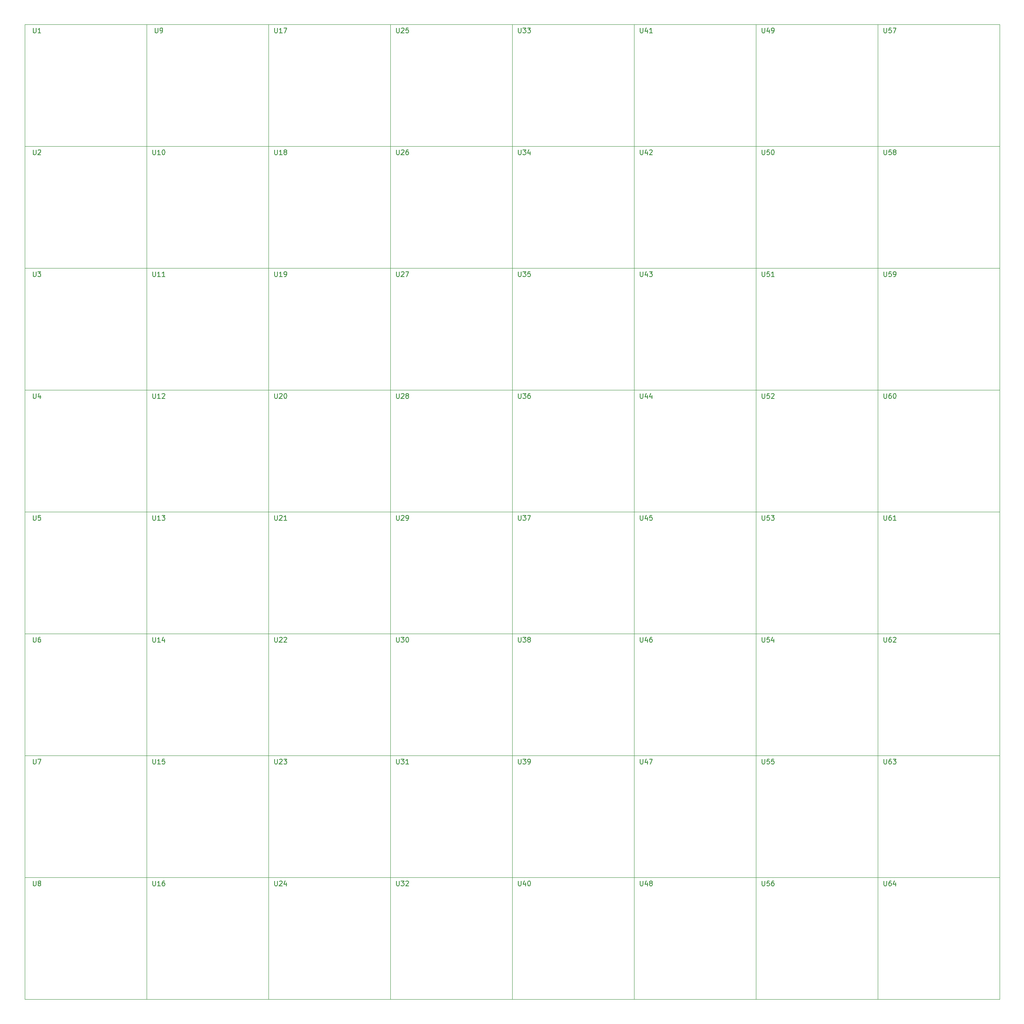
<source format=gbr>
%TF.GenerationSoftware,KiCad,Pcbnew,7.0.2*%
%TF.CreationDate,2023-05-22T19:29:04+02:00*%
%TF.ProjectId,Board1_Pad_PogoPin,426f6172-6431-45f5-9061-645f506f676f,rev?*%
%TF.SameCoordinates,Original*%
%TF.FileFunction,Legend,Top*%
%TF.FilePolarity,Positive*%
%FSLAX46Y46*%
G04 Gerber Fmt 4.6, Leading zero omitted, Abs format (unit mm)*
G04 Created by KiCad (PCBNEW 7.0.2) date 2023-05-22 19:29:04*
%MOMM*%
%LPD*%
G01*
G04 APERTURE LIST*
%ADD10C,0.150000*%
%ADD11C,0.120000*%
G04 APERTURE END LIST*
D10*
%TO.C,U45*%
X310353384Y-228548719D02*
X310353384Y-229358242D01*
X310353384Y-229358242D02*
X310401003Y-229453480D01*
X310401003Y-229453480D02*
X310448622Y-229501100D01*
X310448622Y-229501100D02*
X310543860Y-229548719D01*
X310543860Y-229548719D02*
X310734336Y-229548719D01*
X310734336Y-229548719D02*
X310829574Y-229501100D01*
X310829574Y-229501100D02*
X310877193Y-229453480D01*
X310877193Y-229453480D02*
X310924812Y-229358242D01*
X310924812Y-229358242D02*
X310924812Y-228548719D01*
X311829574Y-228882052D02*
X311829574Y-229548719D01*
X311591479Y-228501100D02*
X311353384Y-229215385D01*
X311353384Y-229215385D02*
X311972431Y-229215385D01*
X312829574Y-228548719D02*
X312353384Y-228548719D01*
X312353384Y-228548719D02*
X312305765Y-229024909D01*
X312305765Y-229024909D02*
X312353384Y-228977290D01*
X312353384Y-228977290D02*
X312448622Y-228929671D01*
X312448622Y-228929671D02*
X312686717Y-228929671D01*
X312686717Y-228929671D02*
X312781955Y-228977290D01*
X312781955Y-228977290D02*
X312829574Y-229024909D01*
X312829574Y-229024909D02*
X312877193Y-229120147D01*
X312877193Y-229120147D02*
X312877193Y-229358242D01*
X312877193Y-229358242D02*
X312829574Y-229453480D01*
X312829574Y-229453480D02*
X312781955Y-229501100D01*
X312781955Y-229501100D02*
X312686717Y-229548719D01*
X312686717Y-229548719D02*
X312448622Y-229548719D01*
X312448622Y-229548719D02*
X312353384Y-229501100D01*
X312353384Y-229501100D02*
X312305765Y-229453480D01*
%TO.C,U33*%
X284953384Y-126948719D02*
X284953384Y-127758242D01*
X284953384Y-127758242D02*
X285001003Y-127853480D01*
X285001003Y-127853480D02*
X285048622Y-127901100D01*
X285048622Y-127901100D02*
X285143860Y-127948719D01*
X285143860Y-127948719D02*
X285334336Y-127948719D01*
X285334336Y-127948719D02*
X285429574Y-127901100D01*
X285429574Y-127901100D02*
X285477193Y-127853480D01*
X285477193Y-127853480D02*
X285524812Y-127758242D01*
X285524812Y-127758242D02*
X285524812Y-126948719D01*
X285905765Y-126948719D02*
X286524812Y-126948719D01*
X286524812Y-126948719D02*
X286191479Y-127329671D01*
X286191479Y-127329671D02*
X286334336Y-127329671D01*
X286334336Y-127329671D02*
X286429574Y-127377290D01*
X286429574Y-127377290D02*
X286477193Y-127424909D01*
X286477193Y-127424909D02*
X286524812Y-127520147D01*
X286524812Y-127520147D02*
X286524812Y-127758242D01*
X286524812Y-127758242D02*
X286477193Y-127853480D01*
X286477193Y-127853480D02*
X286429574Y-127901100D01*
X286429574Y-127901100D02*
X286334336Y-127948719D01*
X286334336Y-127948719D02*
X286048622Y-127948719D01*
X286048622Y-127948719D02*
X285953384Y-127901100D01*
X285953384Y-127901100D02*
X285905765Y-127853480D01*
X286858146Y-126948719D02*
X287477193Y-126948719D01*
X287477193Y-126948719D02*
X287143860Y-127329671D01*
X287143860Y-127329671D02*
X287286717Y-127329671D01*
X287286717Y-127329671D02*
X287381955Y-127377290D01*
X287381955Y-127377290D02*
X287429574Y-127424909D01*
X287429574Y-127424909D02*
X287477193Y-127520147D01*
X287477193Y-127520147D02*
X287477193Y-127758242D01*
X287477193Y-127758242D02*
X287429574Y-127853480D01*
X287429574Y-127853480D02*
X287381955Y-127901100D01*
X287381955Y-127901100D02*
X287286717Y-127948719D01*
X287286717Y-127948719D02*
X287001003Y-127948719D01*
X287001003Y-127948719D02*
X286905765Y-127901100D01*
X286905765Y-127901100D02*
X286858146Y-127853480D01*
%TO.C,U43*%
X310353384Y-177748719D02*
X310353384Y-178558242D01*
X310353384Y-178558242D02*
X310401003Y-178653480D01*
X310401003Y-178653480D02*
X310448622Y-178701100D01*
X310448622Y-178701100D02*
X310543860Y-178748719D01*
X310543860Y-178748719D02*
X310734336Y-178748719D01*
X310734336Y-178748719D02*
X310829574Y-178701100D01*
X310829574Y-178701100D02*
X310877193Y-178653480D01*
X310877193Y-178653480D02*
X310924812Y-178558242D01*
X310924812Y-178558242D02*
X310924812Y-177748719D01*
X311829574Y-178082052D02*
X311829574Y-178748719D01*
X311591479Y-177701100D02*
X311353384Y-178415385D01*
X311353384Y-178415385D02*
X311972431Y-178415385D01*
X312258146Y-177748719D02*
X312877193Y-177748719D01*
X312877193Y-177748719D02*
X312543860Y-178129671D01*
X312543860Y-178129671D02*
X312686717Y-178129671D01*
X312686717Y-178129671D02*
X312781955Y-178177290D01*
X312781955Y-178177290D02*
X312829574Y-178224909D01*
X312829574Y-178224909D02*
X312877193Y-178320147D01*
X312877193Y-178320147D02*
X312877193Y-178558242D01*
X312877193Y-178558242D02*
X312829574Y-178653480D01*
X312829574Y-178653480D02*
X312781955Y-178701100D01*
X312781955Y-178701100D02*
X312686717Y-178748719D01*
X312686717Y-178748719D02*
X312401003Y-178748719D01*
X312401003Y-178748719D02*
X312305765Y-178701100D01*
X312305765Y-178701100D02*
X312258146Y-178653480D01*
%TO.C,U18*%
X234153384Y-152348719D02*
X234153384Y-153158242D01*
X234153384Y-153158242D02*
X234201003Y-153253480D01*
X234201003Y-153253480D02*
X234248622Y-153301100D01*
X234248622Y-153301100D02*
X234343860Y-153348719D01*
X234343860Y-153348719D02*
X234534336Y-153348719D01*
X234534336Y-153348719D02*
X234629574Y-153301100D01*
X234629574Y-153301100D02*
X234677193Y-153253480D01*
X234677193Y-153253480D02*
X234724812Y-153158242D01*
X234724812Y-153158242D02*
X234724812Y-152348719D01*
X235724812Y-153348719D02*
X235153384Y-153348719D01*
X235439098Y-153348719D02*
X235439098Y-152348719D01*
X235439098Y-152348719D02*
X235343860Y-152491576D01*
X235343860Y-152491576D02*
X235248622Y-152586814D01*
X235248622Y-152586814D02*
X235153384Y-152634433D01*
X236296241Y-152777290D02*
X236201003Y-152729671D01*
X236201003Y-152729671D02*
X236153384Y-152682052D01*
X236153384Y-152682052D02*
X236105765Y-152586814D01*
X236105765Y-152586814D02*
X236105765Y-152539195D01*
X236105765Y-152539195D02*
X236153384Y-152443957D01*
X236153384Y-152443957D02*
X236201003Y-152396338D01*
X236201003Y-152396338D02*
X236296241Y-152348719D01*
X236296241Y-152348719D02*
X236486717Y-152348719D01*
X236486717Y-152348719D02*
X236581955Y-152396338D01*
X236581955Y-152396338D02*
X236629574Y-152443957D01*
X236629574Y-152443957D02*
X236677193Y-152539195D01*
X236677193Y-152539195D02*
X236677193Y-152586814D01*
X236677193Y-152586814D02*
X236629574Y-152682052D01*
X236629574Y-152682052D02*
X236581955Y-152729671D01*
X236581955Y-152729671D02*
X236486717Y-152777290D01*
X236486717Y-152777290D02*
X236296241Y-152777290D01*
X236296241Y-152777290D02*
X236201003Y-152824909D01*
X236201003Y-152824909D02*
X236153384Y-152872528D01*
X236153384Y-152872528D02*
X236105765Y-152967766D01*
X236105765Y-152967766D02*
X236105765Y-153158242D01*
X236105765Y-153158242D02*
X236153384Y-153253480D01*
X236153384Y-153253480D02*
X236201003Y-153301100D01*
X236201003Y-153301100D02*
X236296241Y-153348719D01*
X236296241Y-153348719D02*
X236486717Y-153348719D01*
X236486717Y-153348719D02*
X236581955Y-153301100D01*
X236581955Y-153301100D02*
X236629574Y-153253480D01*
X236629574Y-153253480D02*
X236677193Y-153158242D01*
X236677193Y-153158242D02*
X236677193Y-152967766D01*
X236677193Y-152967766D02*
X236629574Y-152872528D01*
X236629574Y-152872528D02*
X236581955Y-152824909D01*
X236581955Y-152824909D02*
X236486717Y-152777290D01*
%TO.C,U32*%
X259553384Y-304748719D02*
X259553384Y-305558242D01*
X259553384Y-305558242D02*
X259601003Y-305653480D01*
X259601003Y-305653480D02*
X259648622Y-305701100D01*
X259648622Y-305701100D02*
X259743860Y-305748719D01*
X259743860Y-305748719D02*
X259934336Y-305748719D01*
X259934336Y-305748719D02*
X260029574Y-305701100D01*
X260029574Y-305701100D02*
X260077193Y-305653480D01*
X260077193Y-305653480D02*
X260124812Y-305558242D01*
X260124812Y-305558242D02*
X260124812Y-304748719D01*
X260505765Y-304748719D02*
X261124812Y-304748719D01*
X261124812Y-304748719D02*
X260791479Y-305129671D01*
X260791479Y-305129671D02*
X260934336Y-305129671D01*
X260934336Y-305129671D02*
X261029574Y-305177290D01*
X261029574Y-305177290D02*
X261077193Y-305224909D01*
X261077193Y-305224909D02*
X261124812Y-305320147D01*
X261124812Y-305320147D02*
X261124812Y-305558242D01*
X261124812Y-305558242D02*
X261077193Y-305653480D01*
X261077193Y-305653480D02*
X261029574Y-305701100D01*
X261029574Y-305701100D02*
X260934336Y-305748719D01*
X260934336Y-305748719D02*
X260648622Y-305748719D01*
X260648622Y-305748719D02*
X260553384Y-305701100D01*
X260553384Y-305701100D02*
X260505765Y-305653480D01*
X261505765Y-304843957D02*
X261553384Y-304796338D01*
X261553384Y-304796338D02*
X261648622Y-304748719D01*
X261648622Y-304748719D02*
X261886717Y-304748719D01*
X261886717Y-304748719D02*
X261981955Y-304796338D01*
X261981955Y-304796338D02*
X262029574Y-304843957D01*
X262029574Y-304843957D02*
X262077193Y-304939195D01*
X262077193Y-304939195D02*
X262077193Y-305034433D01*
X262077193Y-305034433D02*
X262029574Y-305177290D01*
X262029574Y-305177290D02*
X261458146Y-305748719D01*
X261458146Y-305748719D02*
X262077193Y-305748719D01*
%TO.C,U52*%
X335753384Y-203148719D02*
X335753384Y-203958242D01*
X335753384Y-203958242D02*
X335801003Y-204053480D01*
X335801003Y-204053480D02*
X335848622Y-204101100D01*
X335848622Y-204101100D02*
X335943860Y-204148719D01*
X335943860Y-204148719D02*
X336134336Y-204148719D01*
X336134336Y-204148719D02*
X336229574Y-204101100D01*
X336229574Y-204101100D02*
X336277193Y-204053480D01*
X336277193Y-204053480D02*
X336324812Y-203958242D01*
X336324812Y-203958242D02*
X336324812Y-203148719D01*
X337277193Y-203148719D02*
X336801003Y-203148719D01*
X336801003Y-203148719D02*
X336753384Y-203624909D01*
X336753384Y-203624909D02*
X336801003Y-203577290D01*
X336801003Y-203577290D02*
X336896241Y-203529671D01*
X336896241Y-203529671D02*
X337134336Y-203529671D01*
X337134336Y-203529671D02*
X337229574Y-203577290D01*
X337229574Y-203577290D02*
X337277193Y-203624909D01*
X337277193Y-203624909D02*
X337324812Y-203720147D01*
X337324812Y-203720147D02*
X337324812Y-203958242D01*
X337324812Y-203958242D02*
X337277193Y-204053480D01*
X337277193Y-204053480D02*
X337229574Y-204101100D01*
X337229574Y-204101100D02*
X337134336Y-204148719D01*
X337134336Y-204148719D02*
X336896241Y-204148719D01*
X336896241Y-204148719D02*
X336801003Y-204101100D01*
X336801003Y-204101100D02*
X336753384Y-204053480D01*
X337705765Y-203243957D02*
X337753384Y-203196338D01*
X337753384Y-203196338D02*
X337848622Y-203148719D01*
X337848622Y-203148719D02*
X338086717Y-203148719D01*
X338086717Y-203148719D02*
X338181955Y-203196338D01*
X338181955Y-203196338D02*
X338229574Y-203243957D01*
X338229574Y-203243957D02*
X338277193Y-203339195D01*
X338277193Y-203339195D02*
X338277193Y-203434433D01*
X338277193Y-203434433D02*
X338229574Y-203577290D01*
X338229574Y-203577290D02*
X337658146Y-204148719D01*
X337658146Y-204148719D02*
X338277193Y-204148719D01*
%TO.C,U37*%
X284953384Y-228548719D02*
X284953384Y-229358242D01*
X284953384Y-229358242D02*
X285001003Y-229453480D01*
X285001003Y-229453480D02*
X285048622Y-229501100D01*
X285048622Y-229501100D02*
X285143860Y-229548719D01*
X285143860Y-229548719D02*
X285334336Y-229548719D01*
X285334336Y-229548719D02*
X285429574Y-229501100D01*
X285429574Y-229501100D02*
X285477193Y-229453480D01*
X285477193Y-229453480D02*
X285524812Y-229358242D01*
X285524812Y-229358242D02*
X285524812Y-228548719D01*
X285905765Y-228548719D02*
X286524812Y-228548719D01*
X286524812Y-228548719D02*
X286191479Y-228929671D01*
X286191479Y-228929671D02*
X286334336Y-228929671D01*
X286334336Y-228929671D02*
X286429574Y-228977290D01*
X286429574Y-228977290D02*
X286477193Y-229024909D01*
X286477193Y-229024909D02*
X286524812Y-229120147D01*
X286524812Y-229120147D02*
X286524812Y-229358242D01*
X286524812Y-229358242D02*
X286477193Y-229453480D01*
X286477193Y-229453480D02*
X286429574Y-229501100D01*
X286429574Y-229501100D02*
X286334336Y-229548719D01*
X286334336Y-229548719D02*
X286048622Y-229548719D01*
X286048622Y-229548719D02*
X285953384Y-229501100D01*
X285953384Y-229501100D02*
X285905765Y-229453480D01*
X286858146Y-228548719D02*
X287524812Y-228548719D01*
X287524812Y-228548719D02*
X287096241Y-229548719D01*
%TO.C,U57*%
X361153384Y-126948719D02*
X361153384Y-127758242D01*
X361153384Y-127758242D02*
X361201003Y-127853480D01*
X361201003Y-127853480D02*
X361248622Y-127901100D01*
X361248622Y-127901100D02*
X361343860Y-127948719D01*
X361343860Y-127948719D02*
X361534336Y-127948719D01*
X361534336Y-127948719D02*
X361629574Y-127901100D01*
X361629574Y-127901100D02*
X361677193Y-127853480D01*
X361677193Y-127853480D02*
X361724812Y-127758242D01*
X361724812Y-127758242D02*
X361724812Y-126948719D01*
X362677193Y-126948719D02*
X362201003Y-126948719D01*
X362201003Y-126948719D02*
X362153384Y-127424909D01*
X362153384Y-127424909D02*
X362201003Y-127377290D01*
X362201003Y-127377290D02*
X362296241Y-127329671D01*
X362296241Y-127329671D02*
X362534336Y-127329671D01*
X362534336Y-127329671D02*
X362629574Y-127377290D01*
X362629574Y-127377290D02*
X362677193Y-127424909D01*
X362677193Y-127424909D02*
X362724812Y-127520147D01*
X362724812Y-127520147D02*
X362724812Y-127758242D01*
X362724812Y-127758242D02*
X362677193Y-127853480D01*
X362677193Y-127853480D02*
X362629574Y-127901100D01*
X362629574Y-127901100D02*
X362534336Y-127948719D01*
X362534336Y-127948719D02*
X362296241Y-127948719D01*
X362296241Y-127948719D02*
X362201003Y-127901100D01*
X362201003Y-127901100D02*
X362153384Y-127853480D01*
X363058146Y-126948719D02*
X363724812Y-126948719D01*
X363724812Y-126948719D02*
X363296241Y-127948719D01*
%TO.C,U2*%
X183829574Y-152348719D02*
X183829574Y-153158242D01*
X183829574Y-153158242D02*
X183877193Y-153253480D01*
X183877193Y-153253480D02*
X183924812Y-153301100D01*
X183924812Y-153301100D02*
X184020050Y-153348719D01*
X184020050Y-153348719D02*
X184210526Y-153348719D01*
X184210526Y-153348719D02*
X184305764Y-153301100D01*
X184305764Y-153301100D02*
X184353383Y-153253480D01*
X184353383Y-153253480D02*
X184401002Y-153158242D01*
X184401002Y-153158242D02*
X184401002Y-152348719D01*
X184829574Y-152443957D02*
X184877193Y-152396338D01*
X184877193Y-152396338D02*
X184972431Y-152348719D01*
X184972431Y-152348719D02*
X185210526Y-152348719D01*
X185210526Y-152348719D02*
X185305764Y-152396338D01*
X185305764Y-152396338D02*
X185353383Y-152443957D01*
X185353383Y-152443957D02*
X185401002Y-152539195D01*
X185401002Y-152539195D02*
X185401002Y-152634433D01*
X185401002Y-152634433D02*
X185353383Y-152777290D01*
X185353383Y-152777290D02*
X184781955Y-153348719D01*
X184781955Y-153348719D02*
X185401002Y-153348719D01*
%TO.C,U26*%
X259553384Y-152348719D02*
X259553384Y-153158242D01*
X259553384Y-153158242D02*
X259601003Y-153253480D01*
X259601003Y-153253480D02*
X259648622Y-153301100D01*
X259648622Y-153301100D02*
X259743860Y-153348719D01*
X259743860Y-153348719D02*
X259934336Y-153348719D01*
X259934336Y-153348719D02*
X260029574Y-153301100D01*
X260029574Y-153301100D02*
X260077193Y-153253480D01*
X260077193Y-153253480D02*
X260124812Y-153158242D01*
X260124812Y-153158242D02*
X260124812Y-152348719D01*
X260553384Y-152443957D02*
X260601003Y-152396338D01*
X260601003Y-152396338D02*
X260696241Y-152348719D01*
X260696241Y-152348719D02*
X260934336Y-152348719D01*
X260934336Y-152348719D02*
X261029574Y-152396338D01*
X261029574Y-152396338D02*
X261077193Y-152443957D01*
X261077193Y-152443957D02*
X261124812Y-152539195D01*
X261124812Y-152539195D02*
X261124812Y-152634433D01*
X261124812Y-152634433D02*
X261077193Y-152777290D01*
X261077193Y-152777290D02*
X260505765Y-153348719D01*
X260505765Y-153348719D02*
X261124812Y-153348719D01*
X261981955Y-152348719D02*
X261791479Y-152348719D01*
X261791479Y-152348719D02*
X261696241Y-152396338D01*
X261696241Y-152396338D02*
X261648622Y-152443957D01*
X261648622Y-152443957D02*
X261553384Y-152586814D01*
X261553384Y-152586814D02*
X261505765Y-152777290D01*
X261505765Y-152777290D02*
X261505765Y-153158242D01*
X261505765Y-153158242D02*
X261553384Y-153253480D01*
X261553384Y-153253480D02*
X261601003Y-153301100D01*
X261601003Y-153301100D02*
X261696241Y-153348719D01*
X261696241Y-153348719D02*
X261886717Y-153348719D01*
X261886717Y-153348719D02*
X261981955Y-153301100D01*
X261981955Y-153301100D02*
X262029574Y-153253480D01*
X262029574Y-153253480D02*
X262077193Y-153158242D01*
X262077193Y-153158242D02*
X262077193Y-152920147D01*
X262077193Y-152920147D02*
X262029574Y-152824909D01*
X262029574Y-152824909D02*
X261981955Y-152777290D01*
X261981955Y-152777290D02*
X261886717Y-152729671D01*
X261886717Y-152729671D02*
X261696241Y-152729671D01*
X261696241Y-152729671D02*
X261601003Y-152777290D01*
X261601003Y-152777290D02*
X261553384Y-152824909D01*
X261553384Y-152824909D02*
X261505765Y-152920147D01*
%TO.C,U5*%
X183829574Y-228548719D02*
X183829574Y-229358242D01*
X183829574Y-229358242D02*
X183877193Y-229453480D01*
X183877193Y-229453480D02*
X183924812Y-229501100D01*
X183924812Y-229501100D02*
X184020050Y-229548719D01*
X184020050Y-229548719D02*
X184210526Y-229548719D01*
X184210526Y-229548719D02*
X184305764Y-229501100D01*
X184305764Y-229501100D02*
X184353383Y-229453480D01*
X184353383Y-229453480D02*
X184401002Y-229358242D01*
X184401002Y-229358242D02*
X184401002Y-228548719D01*
X185353383Y-228548719D02*
X184877193Y-228548719D01*
X184877193Y-228548719D02*
X184829574Y-229024909D01*
X184829574Y-229024909D02*
X184877193Y-228977290D01*
X184877193Y-228977290D02*
X184972431Y-228929671D01*
X184972431Y-228929671D02*
X185210526Y-228929671D01*
X185210526Y-228929671D02*
X185305764Y-228977290D01*
X185305764Y-228977290D02*
X185353383Y-229024909D01*
X185353383Y-229024909D02*
X185401002Y-229120147D01*
X185401002Y-229120147D02*
X185401002Y-229358242D01*
X185401002Y-229358242D02*
X185353383Y-229453480D01*
X185353383Y-229453480D02*
X185305764Y-229501100D01*
X185305764Y-229501100D02*
X185210526Y-229548719D01*
X185210526Y-229548719D02*
X184972431Y-229548719D01*
X184972431Y-229548719D02*
X184877193Y-229501100D01*
X184877193Y-229501100D02*
X184829574Y-229453480D01*
%TO.C,U56*%
X335753384Y-304748719D02*
X335753384Y-305558242D01*
X335753384Y-305558242D02*
X335801003Y-305653480D01*
X335801003Y-305653480D02*
X335848622Y-305701100D01*
X335848622Y-305701100D02*
X335943860Y-305748719D01*
X335943860Y-305748719D02*
X336134336Y-305748719D01*
X336134336Y-305748719D02*
X336229574Y-305701100D01*
X336229574Y-305701100D02*
X336277193Y-305653480D01*
X336277193Y-305653480D02*
X336324812Y-305558242D01*
X336324812Y-305558242D02*
X336324812Y-304748719D01*
X337277193Y-304748719D02*
X336801003Y-304748719D01*
X336801003Y-304748719D02*
X336753384Y-305224909D01*
X336753384Y-305224909D02*
X336801003Y-305177290D01*
X336801003Y-305177290D02*
X336896241Y-305129671D01*
X336896241Y-305129671D02*
X337134336Y-305129671D01*
X337134336Y-305129671D02*
X337229574Y-305177290D01*
X337229574Y-305177290D02*
X337277193Y-305224909D01*
X337277193Y-305224909D02*
X337324812Y-305320147D01*
X337324812Y-305320147D02*
X337324812Y-305558242D01*
X337324812Y-305558242D02*
X337277193Y-305653480D01*
X337277193Y-305653480D02*
X337229574Y-305701100D01*
X337229574Y-305701100D02*
X337134336Y-305748719D01*
X337134336Y-305748719D02*
X336896241Y-305748719D01*
X336896241Y-305748719D02*
X336801003Y-305701100D01*
X336801003Y-305701100D02*
X336753384Y-305653480D01*
X338181955Y-304748719D02*
X337991479Y-304748719D01*
X337991479Y-304748719D02*
X337896241Y-304796338D01*
X337896241Y-304796338D02*
X337848622Y-304843957D01*
X337848622Y-304843957D02*
X337753384Y-304986814D01*
X337753384Y-304986814D02*
X337705765Y-305177290D01*
X337705765Y-305177290D02*
X337705765Y-305558242D01*
X337705765Y-305558242D02*
X337753384Y-305653480D01*
X337753384Y-305653480D02*
X337801003Y-305701100D01*
X337801003Y-305701100D02*
X337896241Y-305748719D01*
X337896241Y-305748719D02*
X338086717Y-305748719D01*
X338086717Y-305748719D02*
X338181955Y-305701100D01*
X338181955Y-305701100D02*
X338229574Y-305653480D01*
X338229574Y-305653480D02*
X338277193Y-305558242D01*
X338277193Y-305558242D02*
X338277193Y-305320147D01*
X338277193Y-305320147D02*
X338229574Y-305224909D01*
X338229574Y-305224909D02*
X338181955Y-305177290D01*
X338181955Y-305177290D02*
X338086717Y-305129671D01*
X338086717Y-305129671D02*
X337896241Y-305129671D01*
X337896241Y-305129671D02*
X337801003Y-305177290D01*
X337801003Y-305177290D02*
X337753384Y-305224909D01*
X337753384Y-305224909D02*
X337705765Y-305320147D01*
%TO.C,U58*%
X361153384Y-152348719D02*
X361153384Y-153158242D01*
X361153384Y-153158242D02*
X361201003Y-153253480D01*
X361201003Y-153253480D02*
X361248622Y-153301100D01*
X361248622Y-153301100D02*
X361343860Y-153348719D01*
X361343860Y-153348719D02*
X361534336Y-153348719D01*
X361534336Y-153348719D02*
X361629574Y-153301100D01*
X361629574Y-153301100D02*
X361677193Y-153253480D01*
X361677193Y-153253480D02*
X361724812Y-153158242D01*
X361724812Y-153158242D02*
X361724812Y-152348719D01*
X362677193Y-152348719D02*
X362201003Y-152348719D01*
X362201003Y-152348719D02*
X362153384Y-152824909D01*
X362153384Y-152824909D02*
X362201003Y-152777290D01*
X362201003Y-152777290D02*
X362296241Y-152729671D01*
X362296241Y-152729671D02*
X362534336Y-152729671D01*
X362534336Y-152729671D02*
X362629574Y-152777290D01*
X362629574Y-152777290D02*
X362677193Y-152824909D01*
X362677193Y-152824909D02*
X362724812Y-152920147D01*
X362724812Y-152920147D02*
X362724812Y-153158242D01*
X362724812Y-153158242D02*
X362677193Y-153253480D01*
X362677193Y-153253480D02*
X362629574Y-153301100D01*
X362629574Y-153301100D02*
X362534336Y-153348719D01*
X362534336Y-153348719D02*
X362296241Y-153348719D01*
X362296241Y-153348719D02*
X362201003Y-153301100D01*
X362201003Y-153301100D02*
X362153384Y-153253480D01*
X363296241Y-152777290D02*
X363201003Y-152729671D01*
X363201003Y-152729671D02*
X363153384Y-152682052D01*
X363153384Y-152682052D02*
X363105765Y-152586814D01*
X363105765Y-152586814D02*
X363105765Y-152539195D01*
X363105765Y-152539195D02*
X363153384Y-152443957D01*
X363153384Y-152443957D02*
X363201003Y-152396338D01*
X363201003Y-152396338D02*
X363296241Y-152348719D01*
X363296241Y-152348719D02*
X363486717Y-152348719D01*
X363486717Y-152348719D02*
X363581955Y-152396338D01*
X363581955Y-152396338D02*
X363629574Y-152443957D01*
X363629574Y-152443957D02*
X363677193Y-152539195D01*
X363677193Y-152539195D02*
X363677193Y-152586814D01*
X363677193Y-152586814D02*
X363629574Y-152682052D01*
X363629574Y-152682052D02*
X363581955Y-152729671D01*
X363581955Y-152729671D02*
X363486717Y-152777290D01*
X363486717Y-152777290D02*
X363296241Y-152777290D01*
X363296241Y-152777290D02*
X363201003Y-152824909D01*
X363201003Y-152824909D02*
X363153384Y-152872528D01*
X363153384Y-152872528D02*
X363105765Y-152967766D01*
X363105765Y-152967766D02*
X363105765Y-153158242D01*
X363105765Y-153158242D02*
X363153384Y-153253480D01*
X363153384Y-153253480D02*
X363201003Y-153301100D01*
X363201003Y-153301100D02*
X363296241Y-153348719D01*
X363296241Y-153348719D02*
X363486717Y-153348719D01*
X363486717Y-153348719D02*
X363581955Y-153301100D01*
X363581955Y-153301100D02*
X363629574Y-153253480D01*
X363629574Y-153253480D02*
X363677193Y-153158242D01*
X363677193Y-153158242D02*
X363677193Y-152967766D01*
X363677193Y-152967766D02*
X363629574Y-152872528D01*
X363629574Y-152872528D02*
X363581955Y-152824909D01*
X363581955Y-152824909D02*
X363486717Y-152777290D01*
%TO.C,U23*%
X234153384Y-279348719D02*
X234153384Y-280158242D01*
X234153384Y-280158242D02*
X234201003Y-280253480D01*
X234201003Y-280253480D02*
X234248622Y-280301100D01*
X234248622Y-280301100D02*
X234343860Y-280348719D01*
X234343860Y-280348719D02*
X234534336Y-280348719D01*
X234534336Y-280348719D02*
X234629574Y-280301100D01*
X234629574Y-280301100D02*
X234677193Y-280253480D01*
X234677193Y-280253480D02*
X234724812Y-280158242D01*
X234724812Y-280158242D02*
X234724812Y-279348719D01*
X235153384Y-279443957D02*
X235201003Y-279396338D01*
X235201003Y-279396338D02*
X235296241Y-279348719D01*
X235296241Y-279348719D02*
X235534336Y-279348719D01*
X235534336Y-279348719D02*
X235629574Y-279396338D01*
X235629574Y-279396338D02*
X235677193Y-279443957D01*
X235677193Y-279443957D02*
X235724812Y-279539195D01*
X235724812Y-279539195D02*
X235724812Y-279634433D01*
X235724812Y-279634433D02*
X235677193Y-279777290D01*
X235677193Y-279777290D02*
X235105765Y-280348719D01*
X235105765Y-280348719D02*
X235724812Y-280348719D01*
X236058146Y-279348719D02*
X236677193Y-279348719D01*
X236677193Y-279348719D02*
X236343860Y-279729671D01*
X236343860Y-279729671D02*
X236486717Y-279729671D01*
X236486717Y-279729671D02*
X236581955Y-279777290D01*
X236581955Y-279777290D02*
X236629574Y-279824909D01*
X236629574Y-279824909D02*
X236677193Y-279920147D01*
X236677193Y-279920147D02*
X236677193Y-280158242D01*
X236677193Y-280158242D02*
X236629574Y-280253480D01*
X236629574Y-280253480D02*
X236581955Y-280301100D01*
X236581955Y-280301100D02*
X236486717Y-280348719D01*
X236486717Y-280348719D02*
X236201003Y-280348719D01*
X236201003Y-280348719D02*
X236105765Y-280301100D01*
X236105765Y-280301100D02*
X236058146Y-280253480D01*
%TO.C,U35*%
X284953384Y-177748719D02*
X284953384Y-178558242D01*
X284953384Y-178558242D02*
X285001003Y-178653480D01*
X285001003Y-178653480D02*
X285048622Y-178701100D01*
X285048622Y-178701100D02*
X285143860Y-178748719D01*
X285143860Y-178748719D02*
X285334336Y-178748719D01*
X285334336Y-178748719D02*
X285429574Y-178701100D01*
X285429574Y-178701100D02*
X285477193Y-178653480D01*
X285477193Y-178653480D02*
X285524812Y-178558242D01*
X285524812Y-178558242D02*
X285524812Y-177748719D01*
X285905765Y-177748719D02*
X286524812Y-177748719D01*
X286524812Y-177748719D02*
X286191479Y-178129671D01*
X286191479Y-178129671D02*
X286334336Y-178129671D01*
X286334336Y-178129671D02*
X286429574Y-178177290D01*
X286429574Y-178177290D02*
X286477193Y-178224909D01*
X286477193Y-178224909D02*
X286524812Y-178320147D01*
X286524812Y-178320147D02*
X286524812Y-178558242D01*
X286524812Y-178558242D02*
X286477193Y-178653480D01*
X286477193Y-178653480D02*
X286429574Y-178701100D01*
X286429574Y-178701100D02*
X286334336Y-178748719D01*
X286334336Y-178748719D02*
X286048622Y-178748719D01*
X286048622Y-178748719D02*
X285953384Y-178701100D01*
X285953384Y-178701100D02*
X285905765Y-178653480D01*
X287429574Y-177748719D02*
X286953384Y-177748719D01*
X286953384Y-177748719D02*
X286905765Y-178224909D01*
X286905765Y-178224909D02*
X286953384Y-178177290D01*
X286953384Y-178177290D02*
X287048622Y-178129671D01*
X287048622Y-178129671D02*
X287286717Y-178129671D01*
X287286717Y-178129671D02*
X287381955Y-178177290D01*
X287381955Y-178177290D02*
X287429574Y-178224909D01*
X287429574Y-178224909D02*
X287477193Y-178320147D01*
X287477193Y-178320147D02*
X287477193Y-178558242D01*
X287477193Y-178558242D02*
X287429574Y-178653480D01*
X287429574Y-178653480D02*
X287381955Y-178701100D01*
X287381955Y-178701100D02*
X287286717Y-178748719D01*
X287286717Y-178748719D02*
X287048622Y-178748719D01*
X287048622Y-178748719D02*
X286953384Y-178701100D01*
X286953384Y-178701100D02*
X286905765Y-178653480D01*
%TO.C,U21*%
X234153384Y-228548719D02*
X234153384Y-229358242D01*
X234153384Y-229358242D02*
X234201003Y-229453480D01*
X234201003Y-229453480D02*
X234248622Y-229501100D01*
X234248622Y-229501100D02*
X234343860Y-229548719D01*
X234343860Y-229548719D02*
X234534336Y-229548719D01*
X234534336Y-229548719D02*
X234629574Y-229501100D01*
X234629574Y-229501100D02*
X234677193Y-229453480D01*
X234677193Y-229453480D02*
X234724812Y-229358242D01*
X234724812Y-229358242D02*
X234724812Y-228548719D01*
X235153384Y-228643957D02*
X235201003Y-228596338D01*
X235201003Y-228596338D02*
X235296241Y-228548719D01*
X235296241Y-228548719D02*
X235534336Y-228548719D01*
X235534336Y-228548719D02*
X235629574Y-228596338D01*
X235629574Y-228596338D02*
X235677193Y-228643957D01*
X235677193Y-228643957D02*
X235724812Y-228739195D01*
X235724812Y-228739195D02*
X235724812Y-228834433D01*
X235724812Y-228834433D02*
X235677193Y-228977290D01*
X235677193Y-228977290D02*
X235105765Y-229548719D01*
X235105765Y-229548719D02*
X235724812Y-229548719D01*
X236677193Y-229548719D02*
X236105765Y-229548719D01*
X236391479Y-229548719D02*
X236391479Y-228548719D01*
X236391479Y-228548719D02*
X236296241Y-228691576D01*
X236296241Y-228691576D02*
X236201003Y-228786814D01*
X236201003Y-228786814D02*
X236105765Y-228834433D01*
%TO.C,U27*%
X259553384Y-177748719D02*
X259553384Y-178558242D01*
X259553384Y-178558242D02*
X259601003Y-178653480D01*
X259601003Y-178653480D02*
X259648622Y-178701100D01*
X259648622Y-178701100D02*
X259743860Y-178748719D01*
X259743860Y-178748719D02*
X259934336Y-178748719D01*
X259934336Y-178748719D02*
X260029574Y-178701100D01*
X260029574Y-178701100D02*
X260077193Y-178653480D01*
X260077193Y-178653480D02*
X260124812Y-178558242D01*
X260124812Y-178558242D02*
X260124812Y-177748719D01*
X260553384Y-177843957D02*
X260601003Y-177796338D01*
X260601003Y-177796338D02*
X260696241Y-177748719D01*
X260696241Y-177748719D02*
X260934336Y-177748719D01*
X260934336Y-177748719D02*
X261029574Y-177796338D01*
X261029574Y-177796338D02*
X261077193Y-177843957D01*
X261077193Y-177843957D02*
X261124812Y-177939195D01*
X261124812Y-177939195D02*
X261124812Y-178034433D01*
X261124812Y-178034433D02*
X261077193Y-178177290D01*
X261077193Y-178177290D02*
X260505765Y-178748719D01*
X260505765Y-178748719D02*
X261124812Y-178748719D01*
X261458146Y-177748719D02*
X262124812Y-177748719D01*
X262124812Y-177748719D02*
X261696241Y-178748719D01*
%TO.C,U48*%
X310353384Y-304748719D02*
X310353384Y-305558242D01*
X310353384Y-305558242D02*
X310401003Y-305653480D01*
X310401003Y-305653480D02*
X310448622Y-305701100D01*
X310448622Y-305701100D02*
X310543860Y-305748719D01*
X310543860Y-305748719D02*
X310734336Y-305748719D01*
X310734336Y-305748719D02*
X310829574Y-305701100D01*
X310829574Y-305701100D02*
X310877193Y-305653480D01*
X310877193Y-305653480D02*
X310924812Y-305558242D01*
X310924812Y-305558242D02*
X310924812Y-304748719D01*
X311829574Y-305082052D02*
X311829574Y-305748719D01*
X311591479Y-304701100D02*
X311353384Y-305415385D01*
X311353384Y-305415385D02*
X311972431Y-305415385D01*
X312496241Y-305177290D02*
X312401003Y-305129671D01*
X312401003Y-305129671D02*
X312353384Y-305082052D01*
X312353384Y-305082052D02*
X312305765Y-304986814D01*
X312305765Y-304986814D02*
X312305765Y-304939195D01*
X312305765Y-304939195D02*
X312353384Y-304843957D01*
X312353384Y-304843957D02*
X312401003Y-304796338D01*
X312401003Y-304796338D02*
X312496241Y-304748719D01*
X312496241Y-304748719D02*
X312686717Y-304748719D01*
X312686717Y-304748719D02*
X312781955Y-304796338D01*
X312781955Y-304796338D02*
X312829574Y-304843957D01*
X312829574Y-304843957D02*
X312877193Y-304939195D01*
X312877193Y-304939195D02*
X312877193Y-304986814D01*
X312877193Y-304986814D02*
X312829574Y-305082052D01*
X312829574Y-305082052D02*
X312781955Y-305129671D01*
X312781955Y-305129671D02*
X312686717Y-305177290D01*
X312686717Y-305177290D02*
X312496241Y-305177290D01*
X312496241Y-305177290D02*
X312401003Y-305224909D01*
X312401003Y-305224909D02*
X312353384Y-305272528D01*
X312353384Y-305272528D02*
X312305765Y-305367766D01*
X312305765Y-305367766D02*
X312305765Y-305558242D01*
X312305765Y-305558242D02*
X312353384Y-305653480D01*
X312353384Y-305653480D02*
X312401003Y-305701100D01*
X312401003Y-305701100D02*
X312496241Y-305748719D01*
X312496241Y-305748719D02*
X312686717Y-305748719D01*
X312686717Y-305748719D02*
X312781955Y-305701100D01*
X312781955Y-305701100D02*
X312829574Y-305653480D01*
X312829574Y-305653480D02*
X312877193Y-305558242D01*
X312877193Y-305558242D02*
X312877193Y-305367766D01*
X312877193Y-305367766D02*
X312829574Y-305272528D01*
X312829574Y-305272528D02*
X312781955Y-305224909D01*
X312781955Y-305224909D02*
X312686717Y-305177290D01*
%TO.C,U38*%
X284953384Y-253948719D02*
X284953384Y-254758242D01*
X284953384Y-254758242D02*
X285001003Y-254853480D01*
X285001003Y-254853480D02*
X285048622Y-254901100D01*
X285048622Y-254901100D02*
X285143860Y-254948719D01*
X285143860Y-254948719D02*
X285334336Y-254948719D01*
X285334336Y-254948719D02*
X285429574Y-254901100D01*
X285429574Y-254901100D02*
X285477193Y-254853480D01*
X285477193Y-254853480D02*
X285524812Y-254758242D01*
X285524812Y-254758242D02*
X285524812Y-253948719D01*
X285905765Y-253948719D02*
X286524812Y-253948719D01*
X286524812Y-253948719D02*
X286191479Y-254329671D01*
X286191479Y-254329671D02*
X286334336Y-254329671D01*
X286334336Y-254329671D02*
X286429574Y-254377290D01*
X286429574Y-254377290D02*
X286477193Y-254424909D01*
X286477193Y-254424909D02*
X286524812Y-254520147D01*
X286524812Y-254520147D02*
X286524812Y-254758242D01*
X286524812Y-254758242D02*
X286477193Y-254853480D01*
X286477193Y-254853480D02*
X286429574Y-254901100D01*
X286429574Y-254901100D02*
X286334336Y-254948719D01*
X286334336Y-254948719D02*
X286048622Y-254948719D01*
X286048622Y-254948719D02*
X285953384Y-254901100D01*
X285953384Y-254901100D02*
X285905765Y-254853480D01*
X287096241Y-254377290D02*
X287001003Y-254329671D01*
X287001003Y-254329671D02*
X286953384Y-254282052D01*
X286953384Y-254282052D02*
X286905765Y-254186814D01*
X286905765Y-254186814D02*
X286905765Y-254139195D01*
X286905765Y-254139195D02*
X286953384Y-254043957D01*
X286953384Y-254043957D02*
X287001003Y-253996338D01*
X287001003Y-253996338D02*
X287096241Y-253948719D01*
X287096241Y-253948719D02*
X287286717Y-253948719D01*
X287286717Y-253948719D02*
X287381955Y-253996338D01*
X287381955Y-253996338D02*
X287429574Y-254043957D01*
X287429574Y-254043957D02*
X287477193Y-254139195D01*
X287477193Y-254139195D02*
X287477193Y-254186814D01*
X287477193Y-254186814D02*
X287429574Y-254282052D01*
X287429574Y-254282052D02*
X287381955Y-254329671D01*
X287381955Y-254329671D02*
X287286717Y-254377290D01*
X287286717Y-254377290D02*
X287096241Y-254377290D01*
X287096241Y-254377290D02*
X287001003Y-254424909D01*
X287001003Y-254424909D02*
X286953384Y-254472528D01*
X286953384Y-254472528D02*
X286905765Y-254567766D01*
X286905765Y-254567766D02*
X286905765Y-254758242D01*
X286905765Y-254758242D02*
X286953384Y-254853480D01*
X286953384Y-254853480D02*
X287001003Y-254901100D01*
X287001003Y-254901100D02*
X287096241Y-254948719D01*
X287096241Y-254948719D02*
X287286717Y-254948719D01*
X287286717Y-254948719D02*
X287381955Y-254901100D01*
X287381955Y-254901100D02*
X287429574Y-254853480D01*
X287429574Y-254853480D02*
X287477193Y-254758242D01*
X287477193Y-254758242D02*
X287477193Y-254567766D01*
X287477193Y-254567766D02*
X287429574Y-254472528D01*
X287429574Y-254472528D02*
X287381955Y-254424909D01*
X287381955Y-254424909D02*
X287286717Y-254377290D01*
%TO.C,U15*%
X208753384Y-279348719D02*
X208753384Y-280158242D01*
X208753384Y-280158242D02*
X208801003Y-280253480D01*
X208801003Y-280253480D02*
X208848622Y-280301100D01*
X208848622Y-280301100D02*
X208943860Y-280348719D01*
X208943860Y-280348719D02*
X209134336Y-280348719D01*
X209134336Y-280348719D02*
X209229574Y-280301100D01*
X209229574Y-280301100D02*
X209277193Y-280253480D01*
X209277193Y-280253480D02*
X209324812Y-280158242D01*
X209324812Y-280158242D02*
X209324812Y-279348719D01*
X210324812Y-280348719D02*
X209753384Y-280348719D01*
X210039098Y-280348719D02*
X210039098Y-279348719D01*
X210039098Y-279348719D02*
X209943860Y-279491576D01*
X209943860Y-279491576D02*
X209848622Y-279586814D01*
X209848622Y-279586814D02*
X209753384Y-279634433D01*
X211229574Y-279348719D02*
X210753384Y-279348719D01*
X210753384Y-279348719D02*
X210705765Y-279824909D01*
X210705765Y-279824909D02*
X210753384Y-279777290D01*
X210753384Y-279777290D02*
X210848622Y-279729671D01*
X210848622Y-279729671D02*
X211086717Y-279729671D01*
X211086717Y-279729671D02*
X211181955Y-279777290D01*
X211181955Y-279777290D02*
X211229574Y-279824909D01*
X211229574Y-279824909D02*
X211277193Y-279920147D01*
X211277193Y-279920147D02*
X211277193Y-280158242D01*
X211277193Y-280158242D02*
X211229574Y-280253480D01*
X211229574Y-280253480D02*
X211181955Y-280301100D01*
X211181955Y-280301100D02*
X211086717Y-280348719D01*
X211086717Y-280348719D02*
X210848622Y-280348719D01*
X210848622Y-280348719D02*
X210753384Y-280301100D01*
X210753384Y-280301100D02*
X210705765Y-280253480D01*
%TO.C,U44*%
X310353384Y-203148719D02*
X310353384Y-203958242D01*
X310353384Y-203958242D02*
X310401003Y-204053480D01*
X310401003Y-204053480D02*
X310448622Y-204101100D01*
X310448622Y-204101100D02*
X310543860Y-204148719D01*
X310543860Y-204148719D02*
X310734336Y-204148719D01*
X310734336Y-204148719D02*
X310829574Y-204101100D01*
X310829574Y-204101100D02*
X310877193Y-204053480D01*
X310877193Y-204053480D02*
X310924812Y-203958242D01*
X310924812Y-203958242D02*
X310924812Y-203148719D01*
X311829574Y-203482052D02*
X311829574Y-204148719D01*
X311591479Y-203101100D02*
X311353384Y-203815385D01*
X311353384Y-203815385D02*
X311972431Y-203815385D01*
X312781955Y-203482052D02*
X312781955Y-204148719D01*
X312543860Y-203101100D02*
X312305765Y-203815385D01*
X312305765Y-203815385D02*
X312924812Y-203815385D01*
%TO.C,U25*%
X259553384Y-126948719D02*
X259553384Y-127758242D01*
X259553384Y-127758242D02*
X259601003Y-127853480D01*
X259601003Y-127853480D02*
X259648622Y-127901100D01*
X259648622Y-127901100D02*
X259743860Y-127948719D01*
X259743860Y-127948719D02*
X259934336Y-127948719D01*
X259934336Y-127948719D02*
X260029574Y-127901100D01*
X260029574Y-127901100D02*
X260077193Y-127853480D01*
X260077193Y-127853480D02*
X260124812Y-127758242D01*
X260124812Y-127758242D02*
X260124812Y-126948719D01*
X260553384Y-127043957D02*
X260601003Y-126996338D01*
X260601003Y-126996338D02*
X260696241Y-126948719D01*
X260696241Y-126948719D02*
X260934336Y-126948719D01*
X260934336Y-126948719D02*
X261029574Y-126996338D01*
X261029574Y-126996338D02*
X261077193Y-127043957D01*
X261077193Y-127043957D02*
X261124812Y-127139195D01*
X261124812Y-127139195D02*
X261124812Y-127234433D01*
X261124812Y-127234433D02*
X261077193Y-127377290D01*
X261077193Y-127377290D02*
X260505765Y-127948719D01*
X260505765Y-127948719D02*
X261124812Y-127948719D01*
X262029574Y-126948719D02*
X261553384Y-126948719D01*
X261553384Y-126948719D02*
X261505765Y-127424909D01*
X261505765Y-127424909D02*
X261553384Y-127377290D01*
X261553384Y-127377290D02*
X261648622Y-127329671D01*
X261648622Y-127329671D02*
X261886717Y-127329671D01*
X261886717Y-127329671D02*
X261981955Y-127377290D01*
X261981955Y-127377290D02*
X262029574Y-127424909D01*
X262029574Y-127424909D02*
X262077193Y-127520147D01*
X262077193Y-127520147D02*
X262077193Y-127758242D01*
X262077193Y-127758242D02*
X262029574Y-127853480D01*
X262029574Y-127853480D02*
X261981955Y-127901100D01*
X261981955Y-127901100D02*
X261886717Y-127948719D01*
X261886717Y-127948719D02*
X261648622Y-127948719D01*
X261648622Y-127948719D02*
X261553384Y-127901100D01*
X261553384Y-127901100D02*
X261505765Y-127853480D01*
%TO.C,U59*%
X361153384Y-177748719D02*
X361153384Y-178558242D01*
X361153384Y-178558242D02*
X361201003Y-178653480D01*
X361201003Y-178653480D02*
X361248622Y-178701100D01*
X361248622Y-178701100D02*
X361343860Y-178748719D01*
X361343860Y-178748719D02*
X361534336Y-178748719D01*
X361534336Y-178748719D02*
X361629574Y-178701100D01*
X361629574Y-178701100D02*
X361677193Y-178653480D01*
X361677193Y-178653480D02*
X361724812Y-178558242D01*
X361724812Y-178558242D02*
X361724812Y-177748719D01*
X362677193Y-177748719D02*
X362201003Y-177748719D01*
X362201003Y-177748719D02*
X362153384Y-178224909D01*
X362153384Y-178224909D02*
X362201003Y-178177290D01*
X362201003Y-178177290D02*
X362296241Y-178129671D01*
X362296241Y-178129671D02*
X362534336Y-178129671D01*
X362534336Y-178129671D02*
X362629574Y-178177290D01*
X362629574Y-178177290D02*
X362677193Y-178224909D01*
X362677193Y-178224909D02*
X362724812Y-178320147D01*
X362724812Y-178320147D02*
X362724812Y-178558242D01*
X362724812Y-178558242D02*
X362677193Y-178653480D01*
X362677193Y-178653480D02*
X362629574Y-178701100D01*
X362629574Y-178701100D02*
X362534336Y-178748719D01*
X362534336Y-178748719D02*
X362296241Y-178748719D01*
X362296241Y-178748719D02*
X362201003Y-178701100D01*
X362201003Y-178701100D02*
X362153384Y-178653480D01*
X363201003Y-178748719D02*
X363391479Y-178748719D01*
X363391479Y-178748719D02*
X363486717Y-178701100D01*
X363486717Y-178701100D02*
X363534336Y-178653480D01*
X363534336Y-178653480D02*
X363629574Y-178510623D01*
X363629574Y-178510623D02*
X363677193Y-178320147D01*
X363677193Y-178320147D02*
X363677193Y-177939195D01*
X363677193Y-177939195D02*
X363629574Y-177843957D01*
X363629574Y-177843957D02*
X363581955Y-177796338D01*
X363581955Y-177796338D02*
X363486717Y-177748719D01*
X363486717Y-177748719D02*
X363296241Y-177748719D01*
X363296241Y-177748719D02*
X363201003Y-177796338D01*
X363201003Y-177796338D02*
X363153384Y-177843957D01*
X363153384Y-177843957D02*
X363105765Y-177939195D01*
X363105765Y-177939195D02*
X363105765Y-178177290D01*
X363105765Y-178177290D02*
X363153384Y-178272528D01*
X363153384Y-178272528D02*
X363201003Y-178320147D01*
X363201003Y-178320147D02*
X363296241Y-178367766D01*
X363296241Y-178367766D02*
X363486717Y-178367766D01*
X363486717Y-178367766D02*
X363581955Y-178320147D01*
X363581955Y-178320147D02*
X363629574Y-178272528D01*
X363629574Y-178272528D02*
X363677193Y-178177290D01*
%TO.C,U62*%
X361153384Y-253948719D02*
X361153384Y-254758242D01*
X361153384Y-254758242D02*
X361201003Y-254853480D01*
X361201003Y-254853480D02*
X361248622Y-254901100D01*
X361248622Y-254901100D02*
X361343860Y-254948719D01*
X361343860Y-254948719D02*
X361534336Y-254948719D01*
X361534336Y-254948719D02*
X361629574Y-254901100D01*
X361629574Y-254901100D02*
X361677193Y-254853480D01*
X361677193Y-254853480D02*
X361724812Y-254758242D01*
X361724812Y-254758242D02*
X361724812Y-253948719D01*
X362629574Y-253948719D02*
X362439098Y-253948719D01*
X362439098Y-253948719D02*
X362343860Y-253996338D01*
X362343860Y-253996338D02*
X362296241Y-254043957D01*
X362296241Y-254043957D02*
X362201003Y-254186814D01*
X362201003Y-254186814D02*
X362153384Y-254377290D01*
X362153384Y-254377290D02*
X362153384Y-254758242D01*
X362153384Y-254758242D02*
X362201003Y-254853480D01*
X362201003Y-254853480D02*
X362248622Y-254901100D01*
X362248622Y-254901100D02*
X362343860Y-254948719D01*
X362343860Y-254948719D02*
X362534336Y-254948719D01*
X362534336Y-254948719D02*
X362629574Y-254901100D01*
X362629574Y-254901100D02*
X362677193Y-254853480D01*
X362677193Y-254853480D02*
X362724812Y-254758242D01*
X362724812Y-254758242D02*
X362724812Y-254520147D01*
X362724812Y-254520147D02*
X362677193Y-254424909D01*
X362677193Y-254424909D02*
X362629574Y-254377290D01*
X362629574Y-254377290D02*
X362534336Y-254329671D01*
X362534336Y-254329671D02*
X362343860Y-254329671D01*
X362343860Y-254329671D02*
X362248622Y-254377290D01*
X362248622Y-254377290D02*
X362201003Y-254424909D01*
X362201003Y-254424909D02*
X362153384Y-254520147D01*
X363105765Y-254043957D02*
X363153384Y-253996338D01*
X363153384Y-253996338D02*
X363248622Y-253948719D01*
X363248622Y-253948719D02*
X363486717Y-253948719D01*
X363486717Y-253948719D02*
X363581955Y-253996338D01*
X363581955Y-253996338D02*
X363629574Y-254043957D01*
X363629574Y-254043957D02*
X363677193Y-254139195D01*
X363677193Y-254139195D02*
X363677193Y-254234433D01*
X363677193Y-254234433D02*
X363629574Y-254377290D01*
X363629574Y-254377290D02*
X363058146Y-254948719D01*
X363058146Y-254948719D02*
X363677193Y-254948719D01*
%TO.C,U36*%
X284953384Y-203148719D02*
X284953384Y-203958242D01*
X284953384Y-203958242D02*
X285001003Y-204053480D01*
X285001003Y-204053480D02*
X285048622Y-204101100D01*
X285048622Y-204101100D02*
X285143860Y-204148719D01*
X285143860Y-204148719D02*
X285334336Y-204148719D01*
X285334336Y-204148719D02*
X285429574Y-204101100D01*
X285429574Y-204101100D02*
X285477193Y-204053480D01*
X285477193Y-204053480D02*
X285524812Y-203958242D01*
X285524812Y-203958242D02*
X285524812Y-203148719D01*
X285905765Y-203148719D02*
X286524812Y-203148719D01*
X286524812Y-203148719D02*
X286191479Y-203529671D01*
X286191479Y-203529671D02*
X286334336Y-203529671D01*
X286334336Y-203529671D02*
X286429574Y-203577290D01*
X286429574Y-203577290D02*
X286477193Y-203624909D01*
X286477193Y-203624909D02*
X286524812Y-203720147D01*
X286524812Y-203720147D02*
X286524812Y-203958242D01*
X286524812Y-203958242D02*
X286477193Y-204053480D01*
X286477193Y-204053480D02*
X286429574Y-204101100D01*
X286429574Y-204101100D02*
X286334336Y-204148719D01*
X286334336Y-204148719D02*
X286048622Y-204148719D01*
X286048622Y-204148719D02*
X285953384Y-204101100D01*
X285953384Y-204101100D02*
X285905765Y-204053480D01*
X287381955Y-203148719D02*
X287191479Y-203148719D01*
X287191479Y-203148719D02*
X287096241Y-203196338D01*
X287096241Y-203196338D02*
X287048622Y-203243957D01*
X287048622Y-203243957D02*
X286953384Y-203386814D01*
X286953384Y-203386814D02*
X286905765Y-203577290D01*
X286905765Y-203577290D02*
X286905765Y-203958242D01*
X286905765Y-203958242D02*
X286953384Y-204053480D01*
X286953384Y-204053480D02*
X287001003Y-204101100D01*
X287001003Y-204101100D02*
X287096241Y-204148719D01*
X287096241Y-204148719D02*
X287286717Y-204148719D01*
X287286717Y-204148719D02*
X287381955Y-204101100D01*
X287381955Y-204101100D02*
X287429574Y-204053480D01*
X287429574Y-204053480D02*
X287477193Y-203958242D01*
X287477193Y-203958242D02*
X287477193Y-203720147D01*
X287477193Y-203720147D02*
X287429574Y-203624909D01*
X287429574Y-203624909D02*
X287381955Y-203577290D01*
X287381955Y-203577290D02*
X287286717Y-203529671D01*
X287286717Y-203529671D02*
X287096241Y-203529671D01*
X287096241Y-203529671D02*
X287001003Y-203577290D01*
X287001003Y-203577290D02*
X286953384Y-203624909D01*
X286953384Y-203624909D02*
X286905765Y-203720147D01*
%TO.C,U49*%
X335753384Y-126948719D02*
X335753384Y-127758242D01*
X335753384Y-127758242D02*
X335801003Y-127853480D01*
X335801003Y-127853480D02*
X335848622Y-127901100D01*
X335848622Y-127901100D02*
X335943860Y-127948719D01*
X335943860Y-127948719D02*
X336134336Y-127948719D01*
X336134336Y-127948719D02*
X336229574Y-127901100D01*
X336229574Y-127901100D02*
X336277193Y-127853480D01*
X336277193Y-127853480D02*
X336324812Y-127758242D01*
X336324812Y-127758242D02*
X336324812Y-126948719D01*
X337229574Y-127282052D02*
X337229574Y-127948719D01*
X336991479Y-126901100D02*
X336753384Y-127615385D01*
X336753384Y-127615385D02*
X337372431Y-127615385D01*
X337801003Y-127948719D02*
X337991479Y-127948719D01*
X337991479Y-127948719D02*
X338086717Y-127901100D01*
X338086717Y-127901100D02*
X338134336Y-127853480D01*
X338134336Y-127853480D02*
X338229574Y-127710623D01*
X338229574Y-127710623D02*
X338277193Y-127520147D01*
X338277193Y-127520147D02*
X338277193Y-127139195D01*
X338277193Y-127139195D02*
X338229574Y-127043957D01*
X338229574Y-127043957D02*
X338181955Y-126996338D01*
X338181955Y-126996338D02*
X338086717Y-126948719D01*
X338086717Y-126948719D02*
X337896241Y-126948719D01*
X337896241Y-126948719D02*
X337801003Y-126996338D01*
X337801003Y-126996338D02*
X337753384Y-127043957D01*
X337753384Y-127043957D02*
X337705765Y-127139195D01*
X337705765Y-127139195D02*
X337705765Y-127377290D01*
X337705765Y-127377290D02*
X337753384Y-127472528D01*
X337753384Y-127472528D02*
X337801003Y-127520147D01*
X337801003Y-127520147D02*
X337896241Y-127567766D01*
X337896241Y-127567766D02*
X338086717Y-127567766D01*
X338086717Y-127567766D02*
X338181955Y-127520147D01*
X338181955Y-127520147D02*
X338229574Y-127472528D01*
X338229574Y-127472528D02*
X338277193Y-127377290D01*
%TO.C,U60*%
X361153384Y-203148719D02*
X361153384Y-203958242D01*
X361153384Y-203958242D02*
X361201003Y-204053480D01*
X361201003Y-204053480D02*
X361248622Y-204101100D01*
X361248622Y-204101100D02*
X361343860Y-204148719D01*
X361343860Y-204148719D02*
X361534336Y-204148719D01*
X361534336Y-204148719D02*
X361629574Y-204101100D01*
X361629574Y-204101100D02*
X361677193Y-204053480D01*
X361677193Y-204053480D02*
X361724812Y-203958242D01*
X361724812Y-203958242D02*
X361724812Y-203148719D01*
X362629574Y-203148719D02*
X362439098Y-203148719D01*
X362439098Y-203148719D02*
X362343860Y-203196338D01*
X362343860Y-203196338D02*
X362296241Y-203243957D01*
X362296241Y-203243957D02*
X362201003Y-203386814D01*
X362201003Y-203386814D02*
X362153384Y-203577290D01*
X362153384Y-203577290D02*
X362153384Y-203958242D01*
X362153384Y-203958242D02*
X362201003Y-204053480D01*
X362201003Y-204053480D02*
X362248622Y-204101100D01*
X362248622Y-204101100D02*
X362343860Y-204148719D01*
X362343860Y-204148719D02*
X362534336Y-204148719D01*
X362534336Y-204148719D02*
X362629574Y-204101100D01*
X362629574Y-204101100D02*
X362677193Y-204053480D01*
X362677193Y-204053480D02*
X362724812Y-203958242D01*
X362724812Y-203958242D02*
X362724812Y-203720147D01*
X362724812Y-203720147D02*
X362677193Y-203624909D01*
X362677193Y-203624909D02*
X362629574Y-203577290D01*
X362629574Y-203577290D02*
X362534336Y-203529671D01*
X362534336Y-203529671D02*
X362343860Y-203529671D01*
X362343860Y-203529671D02*
X362248622Y-203577290D01*
X362248622Y-203577290D02*
X362201003Y-203624909D01*
X362201003Y-203624909D02*
X362153384Y-203720147D01*
X363343860Y-203148719D02*
X363439098Y-203148719D01*
X363439098Y-203148719D02*
X363534336Y-203196338D01*
X363534336Y-203196338D02*
X363581955Y-203243957D01*
X363581955Y-203243957D02*
X363629574Y-203339195D01*
X363629574Y-203339195D02*
X363677193Y-203529671D01*
X363677193Y-203529671D02*
X363677193Y-203767766D01*
X363677193Y-203767766D02*
X363629574Y-203958242D01*
X363629574Y-203958242D02*
X363581955Y-204053480D01*
X363581955Y-204053480D02*
X363534336Y-204101100D01*
X363534336Y-204101100D02*
X363439098Y-204148719D01*
X363439098Y-204148719D02*
X363343860Y-204148719D01*
X363343860Y-204148719D02*
X363248622Y-204101100D01*
X363248622Y-204101100D02*
X363201003Y-204053480D01*
X363201003Y-204053480D02*
X363153384Y-203958242D01*
X363153384Y-203958242D02*
X363105765Y-203767766D01*
X363105765Y-203767766D02*
X363105765Y-203529671D01*
X363105765Y-203529671D02*
X363153384Y-203339195D01*
X363153384Y-203339195D02*
X363201003Y-203243957D01*
X363201003Y-203243957D02*
X363248622Y-203196338D01*
X363248622Y-203196338D02*
X363343860Y-203148719D01*
%TO.C,U41*%
X310353384Y-126948719D02*
X310353384Y-127758242D01*
X310353384Y-127758242D02*
X310401003Y-127853480D01*
X310401003Y-127853480D02*
X310448622Y-127901100D01*
X310448622Y-127901100D02*
X310543860Y-127948719D01*
X310543860Y-127948719D02*
X310734336Y-127948719D01*
X310734336Y-127948719D02*
X310829574Y-127901100D01*
X310829574Y-127901100D02*
X310877193Y-127853480D01*
X310877193Y-127853480D02*
X310924812Y-127758242D01*
X310924812Y-127758242D02*
X310924812Y-126948719D01*
X311829574Y-127282052D02*
X311829574Y-127948719D01*
X311591479Y-126901100D02*
X311353384Y-127615385D01*
X311353384Y-127615385D02*
X311972431Y-127615385D01*
X312877193Y-127948719D02*
X312305765Y-127948719D01*
X312591479Y-127948719D02*
X312591479Y-126948719D01*
X312591479Y-126948719D02*
X312496241Y-127091576D01*
X312496241Y-127091576D02*
X312401003Y-127186814D01*
X312401003Y-127186814D02*
X312305765Y-127234433D01*
%TO.C,U4*%
X183829574Y-203148719D02*
X183829574Y-203958242D01*
X183829574Y-203958242D02*
X183877193Y-204053480D01*
X183877193Y-204053480D02*
X183924812Y-204101100D01*
X183924812Y-204101100D02*
X184020050Y-204148719D01*
X184020050Y-204148719D02*
X184210526Y-204148719D01*
X184210526Y-204148719D02*
X184305764Y-204101100D01*
X184305764Y-204101100D02*
X184353383Y-204053480D01*
X184353383Y-204053480D02*
X184401002Y-203958242D01*
X184401002Y-203958242D02*
X184401002Y-203148719D01*
X185305764Y-203482052D02*
X185305764Y-204148719D01*
X185067669Y-203101100D02*
X184829574Y-203815385D01*
X184829574Y-203815385D02*
X185448621Y-203815385D01*
%TO.C,U63*%
X361153384Y-279348719D02*
X361153384Y-280158242D01*
X361153384Y-280158242D02*
X361201003Y-280253480D01*
X361201003Y-280253480D02*
X361248622Y-280301100D01*
X361248622Y-280301100D02*
X361343860Y-280348719D01*
X361343860Y-280348719D02*
X361534336Y-280348719D01*
X361534336Y-280348719D02*
X361629574Y-280301100D01*
X361629574Y-280301100D02*
X361677193Y-280253480D01*
X361677193Y-280253480D02*
X361724812Y-280158242D01*
X361724812Y-280158242D02*
X361724812Y-279348719D01*
X362629574Y-279348719D02*
X362439098Y-279348719D01*
X362439098Y-279348719D02*
X362343860Y-279396338D01*
X362343860Y-279396338D02*
X362296241Y-279443957D01*
X362296241Y-279443957D02*
X362201003Y-279586814D01*
X362201003Y-279586814D02*
X362153384Y-279777290D01*
X362153384Y-279777290D02*
X362153384Y-280158242D01*
X362153384Y-280158242D02*
X362201003Y-280253480D01*
X362201003Y-280253480D02*
X362248622Y-280301100D01*
X362248622Y-280301100D02*
X362343860Y-280348719D01*
X362343860Y-280348719D02*
X362534336Y-280348719D01*
X362534336Y-280348719D02*
X362629574Y-280301100D01*
X362629574Y-280301100D02*
X362677193Y-280253480D01*
X362677193Y-280253480D02*
X362724812Y-280158242D01*
X362724812Y-280158242D02*
X362724812Y-279920147D01*
X362724812Y-279920147D02*
X362677193Y-279824909D01*
X362677193Y-279824909D02*
X362629574Y-279777290D01*
X362629574Y-279777290D02*
X362534336Y-279729671D01*
X362534336Y-279729671D02*
X362343860Y-279729671D01*
X362343860Y-279729671D02*
X362248622Y-279777290D01*
X362248622Y-279777290D02*
X362201003Y-279824909D01*
X362201003Y-279824909D02*
X362153384Y-279920147D01*
X363058146Y-279348719D02*
X363677193Y-279348719D01*
X363677193Y-279348719D02*
X363343860Y-279729671D01*
X363343860Y-279729671D02*
X363486717Y-279729671D01*
X363486717Y-279729671D02*
X363581955Y-279777290D01*
X363581955Y-279777290D02*
X363629574Y-279824909D01*
X363629574Y-279824909D02*
X363677193Y-279920147D01*
X363677193Y-279920147D02*
X363677193Y-280158242D01*
X363677193Y-280158242D02*
X363629574Y-280253480D01*
X363629574Y-280253480D02*
X363581955Y-280301100D01*
X363581955Y-280301100D02*
X363486717Y-280348719D01*
X363486717Y-280348719D02*
X363201003Y-280348719D01*
X363201003Y-280348719D02*
X363105765Y-280301100D01*
X363105765Y-280301100D02*
X363058146Y-280253480D01*
%TO.C,U28*%
X259553384Y-203148719D02*
X259553384Y-203958242D01*
X259553384Y-203958242D02*
X259601003Y-204053480D01*
X259601003Y-204053480D02*
X259648622Y-204101100D01*
X259648622Y-204101100D02*
X259743860Y-204148719D01*
X259743860Y-204148719D02*
X259934336Y-204148719D01*
X259934336Y-204148719D02*
X260029574Y-204101100D01*
X260029574Y-204101100D02*
X260077193Y-204053480D01*
X260077193Y-204053480D02*
X260124812Y-203958242D01*
X260124812Y-203958242D02*
X260124812Y-203148719D01*
X260553384Y-203243957D02*
X260601003Y-203196338D01*
X260601003Y-203196338D02*
X260696241Y-203148719D01*
X260696241Y-203148719D02*
X260934336Y-203148719D01*
X260934336Y-203148719D02*
X261029574Y-203196338D01*
X261029574Y-203196338D02*
X261077193Y-203243957D01*
X261077193Y-203243957D02*
X261124812Y-203339195D01*
X261124812Y-203339195D02*
X261124812Y-203434433D01*
X261124812Y-203434433D02*
X261077193Y-203577290D01*
X261077193Y-203577290D02*
X260505765Y-204148719D01*
X260505765Y-204148719D02*
X261124812Y-204148719D01*
X261696241Y-203577290D02*
X261601003Y-203529671D01*
X261601003Y-203529671D02*
X261553384Y-203482052D01*
X261553384Y-203482052D02*
X261505765Y-203386814D01*
X261505765Y-203386814D02*
X261505765Y-203339195D01*
X261505765Y-203339195D02*
X261553384Y-203243957D01*
X261553384Y-203243957D02*
X261601003Y-203196338D01*
X261601003Y-203196338D02*
X261696241Y-203148719D01*
X261696241Y-203148719D02*
X261886717Y-203148719D01*
X261886717Y-203148719D02*
X261981955Y-203196338D01*
X261981955Y-203196338D02*
X262029574Y-203243957D01*
X262029574Y-203243957D02*
X262077193Y-203339195D01*
X262077193Y-203339195D02*
X262077193Y-203386814D01*
X262077193Y-203386814D02*
X262029574Y-203482052D01*
X262029574Y-203482052D02*
X261981955Y-203529671D01*
X261981955Y-203529671D02*
X261886717Y-203577290D01*
X261886717Y-203577290D02*
X261696241Y-203577290D01*
X261696241Y-203577290D02*
X261601003Y-203624909D01*
X261601003Y-203624909D02*
X261553384Y-203672528D01*
X261553384Y-203672528D02*
X261505765Y-203767766D01*
X261505765Y-203767766D02*
X261505765Y-203958242D01*
X261505765Y-203958242D02*
X261553384Y-204053480D01*
X261553384Y-204053480D02*
X261601003Y-204101100D01*
X261601003Y-204101100D02*
X261696241Y-204148719D01*
X261696241Y-204148719D02*
X261886717Y-204148719D01*
X261886717Y-204148719D02*
X261981955Y-204101100D01*
X261981955Y-204101100D02*
X262029574Y-204053480D01*
X262029574Y-204053480D02*
X262077193Y-203958242D01*
X262077193Y-203958242D02*
X262077193Y-203767766D01*
X262077193Y-203767766D02*
X262029574Y-203672528D01*
X262029574Y-203672528D02*
X261981955Y-203624909D01*
X261981955Y-203624909D02*
X261886717Y-203577290D01*
%TO.C,U12*%
X208753384Y-203148719D02*
X208753384Y-203958242D01*
X208753384Y-203958242D02*
X208801003Y-204053480D01*
X208801003Y-204053480D02*
X208848622Y-204101100D01*
X208848622Y-204101100D02*
X208943860Y-204148719D01*
X208943860Y-204148719D02*
X209134336Y-204148719D01*
X209134336Y-204148719D02*
X209229574Y-204101100D01*
X209229574Y-204101100D02*
X209277193Y-204053480D01*
X209277193Y-204053480D02*
X209324812Y-203958242D01*
X209324812Y-203958242D02*
X209324812Y-203148719D01*
X210324812Y-204148719D02*
X209753384Y-204148719D01*
X210039098Y-204148719D02*
X210039098Y-203148719D01*
X210039098Y-203148719D02*
X209943860Y-203291576D01*
X209943860Y-203291576D02*
X209848622Y-203386814D01*
X209848622Y-203386814D02*
X209753384Y-203434433D01*
X210705765Y-203243957D02*
X210753384Y-203196338D01*
X210753384Y-203196338D02*
X210848622Y-203148719D01*
X210848622Y-203148719D02*
X211086717Y-203148719D01*
X211086717Y-203148719D02*
X211181955Y-203196338D01*
X211181955Y-203196338D02*
X211229574Y-203243957D01*
X211229574Y-203243957D02*
X211277193Y-203339195D01*
X211277193Y-203339195D02*
X211277193Y-203434433D01*
X211277193Y-203434433D02*
X211229574Y-203577290D01*
X211229574Y-203577290D02*
X210658146Y-204148719D01*
X210658146Y-204148719D02*
X211277193Y-204148719D01*
%TO.C,U29*%
X259553384Y-228548719D02*
X259553384Y-229358242D01*
X259553384Y-229358242D02*
X259601003Y-229453480D01*
X259601003Y-229453480D02*
X259648622Y-229501100D01*
X259648622Y-229501100D02*
X259743860Y-229548719D01*
X259743860Y-229548719D02*
X259934336Y-229548719D01*
X259934336Y-229548719D02*
X260029574Y-229501100D01*
X260029574Y-229501100D02*
X260077193Y-229453480D01*
X260077193Y-229453480D02*
X260124812Y-229358242D01*
X260124812Y-229358242D02*
X260124812Y-228548719D01*
X260553384Y-228643957D02*
X260601003Y-228596338D01*
X260601003Y-228596338D02*
X260696241Y-228548719D01*
X260696241Y-228548719D02*
X260934336Y-228548719D01*
X260934336Y-228548719D02*
X261029574Y-228596338D01*
X261029574Y-228596338D02*
X261077193Y-228643957D01*
X261077193Y-228643957D02*
X261124812Y-228739195D01*
X261124812Y-228739195D02*
X261124812Y-228834433D01*
X261124812Y-228834433D02*
X261077193Y-228977290D01*
X261077193Y-228977290D02*
X260505765Y-229548719D01*
X260505765Y-229548719D02*
X261124812Y-229548719D01*
X261601003Y-229548719D02*
X261791479Y-229548719D01*
X261791479Y-229548719D02*
X261886717Y-229501100D01*
X261886717Y-229501100D02*
X261934336Y-229453480D01*
X261934336Y-229453480D02*
X262029574Y-229310623D01*
X262029574Y-229310623D02*
X262077193Y-229120147D01*
X262077193Y-229120147D02*
X262077193Y-228739195D01*
X262077193Y-228739195D02*
X262029574Y-228643957D01*
X262029574Y-228643957D02*
X261981955Y-228596338D01*
X261981955Y-228596338D02*
X261886717Y-228548719D01*
X261886717Y-228548719D02*
X261696241Y-228548719D01*
X261696241Y-228548719D02*
X261601003Y-228596338D01*
X261601003Y-228596338D02*
X261553384Y-228643957D01*
X261553384Y-228643957D02*
X261505765Y-228739195D01*
X261505765Y-228739195D02*
X261505765Y-228977290D01*
X261505765Y-228977290D02*
X261553384Y-229072528D01*
X261553384Y-229072528D02*
X261601003Y-229120147D01*
X261601003Y-229120147D02*
X261696241Y-229167766D01*
X261696241Y-229167766D02*
X261886717Y-229167766D01*
X261886717Y-229167766D02*
X261981955Y-229120147D01*
X261981955Y-229120147D02*
X262029574Y-229072528D01*
X262029574Y-229072528D02*
X262077193Y-228977290D01*
%TO.C,U42*%
X310353384Y-152348719D02*
X310353384Y-153158242D01*
X310353384Y-153158242D02*
X310401003Y-153253480D01*
X310401003Y-153253480D02*
X310448622Y-153301100D01*
X310448622Y-153301100D02*
X310543860Y-153348719D01*
X310543860Y-153348719D02*
X310734336Y-153348719D01*
X310734336Y-153348719D02*
X310829574Y-153301100D01*
X310829574Y-153301100D02*
X310877193Y-153253480D01*
X310877193Y-153253480D02*
X310924812Y-153158242D01*
X310924812Y-153158242D02*
X310924812Y-152348719D01*
X311829574Y-152682052D02*
X311829574Y-153348719D01*
X311591479Y-152301100D02*
X311353384Y-153015385D01*
X311353384Y-153015385D02*
X311972431Y-153015385D01*
X312305765Y-152443957D02*
X312353384Y-152396338D01*
X312353384Y-152396338D02*
X312448622Y-152348719D01*
X312448622Y-152348719D02*
X312686717Y-152348719D01*
X312686717Y-152348719D02*
X312781955Y-152396338D01*
X312781955Y-152396338D02*
X312829574Y-152443957D01*
X312829574Y-152443957D02*
X312877193Y-152539195D01*
X312877193Y-152539195D02*
X312877193Y-152634433D01*
X312877193Y-152634433D02*
X312829574Y-152777290D01*
X312829574Y-152777290D02*
X312258146Y-153348719D01*
X312258146Y-153348719D02*
X312877193Y-153348719D01*
%TO.C,U24*%
X234153384Y-304748719D02*
X234153384Y-305558242D01*
X234153384Y-305558242D02*
X234201003Y-305653480D01*
X234201003Y-305653480D02*
X234248622Y-305701100D01*
X234248622Y-305701100D02*
X234343860Y-305748719D01*
X234343860Y-305748719D02*
X234534336Y-305748719D01*
X234534336Y-305748719D02*
X234629574Y-305701100D01*
X234629574Y-305701100D02*
X234677193Y-305653480D01*
X234677193Y-305653480D02*
X234724812Y-305558242D01*
X234724812Y-305558242D02*
X234724812Y-304748719D01*
X235153384Y-304843957D02*
X235201003Y-304796338D01*
X235201003Y-304796338D02*
X235296241Y-304748719D01*
X235296241Y-304748719D02*
X235534336Y-304748719D01*
X235534336Y-304748719D02*
X235629574Y-304796338D01*
X235629574Y-304796338D02*
X235677193Y-304843957D01*
X235677193Y-304843957D02*
X235724812Y-304939195D01*
X235724812Y-304939195D02*
X235724812Y-305034433D01*
X235724812Y-305034433D02*
X235677193Y-305177290D01*
X235677193Y-305177290D02*
X235105765Y-305748719D01*
X235105765Y-305748719D02*
X235724812Y-305748719D01*
X236581955Y-305082052D02*
X236581955Y-305748719D01*
X236343860Y-304701100D02*
X236105765Y-305415385D01*
X236105765Y-305415385D02*
X236724812Y-305415385D01*
%TO.C,U14*%
X208753384Y-253948719D02*
X208753384Y-254758242D01*
X208753384Y-254758242D02*
X208801003Y-254853480D01*
X208801003Y-254853480D02*
X208848622Y-254901100D01*
X208848622Y-254901100D02*
X208943860Y-254948719D01*
X208943860Y-254948719D02*
X209134336Y-254948719D01*
X209134336Y-254948719D02*
X209229574Y-254901100D01*
X209229574Y-254901100D02*
X209277193Y-254853480D01*
X209277193Y-254853480D02*
X209324812Y-254758242D01*
X209324812Y-254758242D02*
X209324812Y-253948719D01*
X210324812Y-254948719D02*
X209753384Y-254948719D01*
X210039098Y-254948719D02*
X210039098Y-253948719D01*
X210039098Y-253948719D02*
X209943860Y-254091576D01*
X209943860Y-254091576D02*
X209848622Y-254186814D01*
X209848622Y-254186814D02*
X209753384Y-254234433D01*
X211181955Y-254282052D02*
X211181955Y-254948719D01*
X210943860Y-253901100D02*
X210705765Y-254615385D01*
X210705765Y-254615385D02*
X211324812Y-254615385D01*
%TO.C,U64*%
X361153384Y-304748719D02*
X361153384Y-305558242D01*
X361153384Y-305558242D02*
X361201003Y-305653480D01*
X361201003Y-305653480D02*
X361248622Y-305701100D01*
X361248622Y-305701100D02*
X361343860Y-305748719D01*
X361343860Y-305748719D02*
X361534336Y-305748719D01*
X361534336Y-305748719D02*
X361629574Y-305701100D01*
X361629574Y-305701100D02*
X361677193Y-305653480D01*
X361677193Y-305653480D02*
X361724812Y-305558242D01*
X361724812Y-305558242D02*
X361724812Y-304748719D01*
X362629574Y-304748719D02*
X362439098Y-304748719D01*
X362439098Y-304748719D02*
X362343860Y-304796338D01*
X362343860Y-304796338D02*
X362296241Y-304843957D01*
X362296241Y-304843957D02*
X362201003Y-304986814D01*
X362201003Y-304986814D02*
X362153384Y-305177290D01*
X362153384Y-305177290D02*
X362153384Y-305558242D01*
X362153384Y-305558242D02*
X362201003Y-305653480D01*
X362201003Y-305653480D02*
X362248622Y-305701100D01*
X362248622Y-305701100D02*
X362343860Y-305748719D01*
X362343860Y-305748719D02*
X362534336Y-305748719D01*
X362534336Y-305748719D02*
X362629574Y-305701100D01*
X362629574Y-305701100D02*
X362677193Y-305653480D01*
X362677193Y-305653480D02*
X362724812Y-305558242D01*
X362724812Y-305558242D02*
X362724812Y-305320147D01*
X362724812Y-305320147D02*
X362677193Y-305224909D01*
X362677193Y-305224909D02*
X362629574Y-305177290D01*
X362629574Y-305177290D02*
X362534336Y-305129671D01*
X362534336Y-305129671D02*
X362343860Y-305129671D01*
X362343860Y-305129671D02*
X362248622Y-305177290D01*
X362248622Y-305177290D02*
X362201003Y-305224909D01*
X362201003Y-305224909D02*
X362153384Y-305320147D01*
X363581955Y-305082052D02*
X363581955Y-305748719D01*
X363343860Y-304701100D02*
X363105765Y-305415385D01*
X363105765Y-305415385D02*
X363724812Y-305415385D01*
%TO.C,U31*%
X259553384Y-279348719D02*
X259553384Y-280158242D01*
X259553384Y-280158242D02*
X259601003Y-280253480D01*
X259601003Y-280253480D02*
X259648622Y-280301100D01*
X259648622Y-280301100D02*
X259743860Y-280348719D01*
X259743860Y-280348719D02*
X259934336Y-280348719D01*
X259934336Y-280348719D02*
X260029574Y-280301100D01*
X260029574Y-280301100D02*
X260077193Y-280253480D01*
X260077193Y-280253480D02*
X260124812Y-280158242D01*
X260124812Y-280158242D02*
X260124812Y-279348719D01*
X260505765Y-279348719D02*
X261124812Y-279348719D01*
X261124812Y-279348719D02*
X260791479Y-279729671D01*
X260791479Y-279729671D02*
X260934336Y-279729671D01*
X260934336Y-279729671D02*
X261029574Y-279777290D01*
X261029574Y-279777290D02*
X261077193Y-279824909D01*
X261077193Y-279824909D02*
X261124812Y-279920147D01*
X261124812Y-279920147D02*
X261124812Y-280158242D01*
X261124812Y-280158242D02*
X261077193Y-280253480D01*
X261077193Y-280253480D02*
X261029574Y-280301100D01*
X261029574Y-280301100D02*
X260934336Y-280348719D01*
X260934336Y-280348719D02*
X260648622Y-280348719D01*
X260648622Y-280348719D02*
X260553384Y-280301100D01*
X260553384Y-280301100D02*
X260505765Y-280253480D01*
X262077193Y-280348719D02*
X261505765Y-280348719D01*
X261791479Y-280348719D02*
X261791479Y-279348719D01*
X261791479Y-279348719D02*
X261696241Y-279491576D01*
X261696241Y-279491576D02*
X261601003Y-279586814D01*
X261601003Y-279586814D02*
X261505765Y-279634433D01*
%TO.C,U20*%
X234153384Y-203148719D02*
X234153384Y-203958242D01*
X234153384Y-203958242D02*
X234201003Y-204053480D01*
X234201003Y-204053480D02*
X234248622Y-204101100D01*
X234248622Y-204101100D02*
X234343860Y-204148719D01*
X234343860Y-204148719D02*
X234534336Y-204148719D01*
X234534336Y-204148719D02*
X234629574Y-204101100D01*
X234629574Y-204101100D02*
X234677193Y-204053480D01*
X234677193Y-204053480D02*
X234724812Y-203958242D01*
X234724812Y-203958242D02*
X234724812Y-203148719D01*
X235153384Y-203243957D02*
X235201003Y-203196338D01*
X235201003Y-203196338D02*
X235296241Y-203148719D01*
X235296241Y-203148719D02*
X235534336Y-203148719D01*
X235534336Y-203148719D02*
X235629574Y-203196338D01*
X235629574Y-203196338D02*
X235677193Y-203243957D01*
X235677193Y-203243957D02*
X235724812Y-203339195D01*
X235724812Y-203339195D02*
X235724812Y-203434433D01*
X235724812Y-203434433D02*
X235677193Y-203577290D01*
X235677193Y-203577290D02*
X235105765Y-204148719D01*
X235105765Y-204148719D02*
X235724812Y-204148719D01*
X236343860Y-203148719D02*
X236439098Y-203148719D01*
X236439098Y-203148719D02*
X236534336Y-203196338D01*
X236534336Y-203196338D02*
X236581955Y-203243957D01*
X236581955Y-203243957D02*
X236629574Y-203339195D01*
X236629574Y-203339195D02*
X236677193Y-203529671D01*
X236677193Y-203529671D02*
X236677193Y-203767766D01*
X236677193Y-203767766D02*
X236629574Y-203958242D01*
X236629574Y-203958242D02*
X236581955Y-204053480D01*
X236581955Y-204053480D02*
X236534336Y-204101100D01*
X236534336Y-204101100D02*
X236439098Y-204148719D01*
X236439098Y-204148719D02*
X236343860Y-204148719D01*
X236343860Y-204148719D02*
X236248622Y-204101100D01*
X236248622Y-204101100D02*
X236201003Y-204053480D01*
X236201003Y-204053480D02*
X236153384Y-203958242D01*
X236153384Y-203958242D02*
X236105765Y-203767766D01*
X236105765Y-203767766D02*
X236105765Y-203529671D01*
X236105765Y-203529671D02*
X236153384Y-203339195D01*
X236153384Y-203339195D02*
X236201003Y-203243957D01*
X236201003Y-203243957D02*
X236248622Y-203196338D01*
X236248622Y-203196338D02*
X236343860Y-203148719D01*
%TO.C,U55*%
X335753384Y-279348719D02*
X335753384Y-280158242D01*
X335753384Y-280158242D02*
X335801003Y-280253480D01*
X335801003Y-280253480D02*
X335848622Y-280301100D01*
X335848622Y-280301100D02*
X335943860Y-280348719D01*
X335943860Y-280348719D02*
X336134336Y-280348719D01*
X336134336Y-280348719D02*
X336229574Y-280301100D01*
X336229574Y-280301100D02*
X336277193Y-280253480D01*
X336277193Y-280253480D02*
X336324812Y-280158242D01*
X336324812Y-280158242D02*
X336324812Y-279348719D01*
X337277193Y-279348719D02*
X336801003Y-279348719D01*
X336801003Y-279348719D02*
X336753384Y-279824909D01*
X336753384Y-279824909D02*
X336801003Y-279777290D01*
X336801003Y-279777290D02*
X336896241Y-279729671D01*
X336896241Y-279729671D02*
X337134336Y-279729671D01*
X337134336Y-279729671D02*
X337229574Y-279777290D01*
X337229574Y-279777290D02*
X337277193Y-279824909D01*
X337277193Y-279824909D02*
X337324812Y-279920147D01*
X337324812Y-279920147D02*
X337324812Y-280158242D01*
X337324812Y-280158242D02*
X337277193Y-280253480D01*
X337277193Y-280253480D02*
X337229574Y-280301100D01*
X337229574Y-280301100D02*
X337134336Y-280348719D01*
X337134336Y-280348719D02*
X336896241Y-280348719D01*
X336896241Y-280348719D02*
X336801003Y-280301100D01*
X336801003Y-280301100D02*
X336753384Y-280253480D01*
X338229574Y-279348719D02*
X337753384Y-279348719D01*
X337753384Y-279348719D02*
X337705765Y-279824909D01*
X337705765Y-279824909D02*
X337753384Y-279777290D01*
X337753384Y-279777290D02*
X337848622Y-279729671D01*
X337848622Y-279729671D02*
X338086717Y-279729671D01*
X338086717Y-279729671D02*
X338181955Y-279777290D01*
X338181955Y-279777290D02*
X338229574Y-279824909D01*
X338229574Y-279824909D02*
X338277193Y-279920147D01*
X338277193Y-279920147D02*
X338277193Y-280158242D01*
X338277193Y-280158242D02*
X338229574Y-280253480D01*
X338229574Y-280253480D02*
X338181955Y-280301100D01*
X338181955Y-280301100D02*
X338086717Y-280348719D01*
X338086717Y-280348719D02*
X337848622Y-280348719D01*
X337848622Y-280348719D02*
X337753384Y-280301100D01*
X337753384Y-280301100D02*
X337705765Y-280253480D01*
%TO.C,U9*%
X209229574Y-126948719D02*
X209229574Y-127758242D01*
X209229574Y-127758242D02*
X209277193Y-127853480D01*
X209277193Y-127853480D02*
X209324812Y-127901100D01*
X209324812Y-127901100D02*
X209420050Y-127948719D01*
X209420050Y-127948719D02*
X209610526Y-127948719D01*
X209610526Y-127948719D02*
X209705764Y-127901100D01*
X209705764Y-127901100D02*
X209753383Y-127853480D01*
X209753383Y-127853480D02*
X209801002Y-127758242D01*
X209801002Y-127758242D02*
X209801002Y-126948719D01*
X210324812Y-127948719D02*
X210515288Y-127948719D01*
X210515288Y-127948719D02*
X210610526Y-127901100D01*
X210610526Y-127901100D02*
X210658145Y-127853480D01*
X210658145Y-127853480D02*
X210753383Y-127710623D01*
X210753383Y-127710623D02*
X210801002Y-127520147D01*
X210801002Y-127520147D02*
X210801002Y-127139195D01*
X210801002Y-127139195D02*
X210753383Y-127043957D01*
X210753383Y-127043957D02*
X210705764Y-126996338D01*
X210705764Y-126996338D02*
X210610526Y-126948719D01*
X210610526Y-126948719D02*
X210420050Y-126948719D01*
X210420050Y-126948719D02*
X210324812Y-126996338D01*
X210324812Y-126996338D02*
X210277193Y-127043957D01*
X210277193Y-127043957D02*
X210229574Y-127139195D01*
X210229574Y-127139195D02*
X210229574Y-127377290D01*
X210229574Y-127377290D02*
X210277193Y-127472528D01*
X210277193Y-127472528D02*
X210324812Y-127520147D01*
X210324812Y-127520147D02*
X210420050Y-127567766D01*
X210420050Y-127567766D02*
X210610526Y-127567766D01*
X210610526Y-127567766D02*
X210705764Y-127520147D01*
X210705764Y-127520147D02*
X210753383Y-127472528D01*
X210753383Y-127472528D02*
X210801002Y-127377290D01*
%TO.C,U46*%
X310353384Y-253948719D02*
X310353384Y-254758242D01*
X310353384Y-254758242D02*
X310401003Y-254853480D01*
X310401003Y-254853480D02*
X310448622Y-254901100D01*
X310448622Y-254901100D02*
X310543860Y-254948719D01*
X310543860Y-254948719D02*
X310734336Y-254948719D01*
X310734336Y-254948719D02*
X310829574Y-254901100D01*
X310829574Y-254901100D02*
X310877193Y-254853480D01*
X310877193Y-254853480D02*
X310924812Y-254758242D01*
X310924812Y-254758242D02*
X310924812Y-253948719D01*
X311829574Y-254282052D02*
X311829574Y-254948719D01*
X311591479Y-253901100D02*
X311353384Y-254615385D01*
X311353384Y-254615385D02*
X311972431Y-254615385D01*
X312781955Y-253948719D02*
X312591479Y-253948719D01*
X312591479Y-253948719D02*
X312496241Y-253996338D01*
X312496241Y-253996338D02*
X312448622Y-254043957D01*
X312448622Y-254043957D02*
X312353384Y-254186814D01*
X312353384Y-254186814D02*
X312305765Y-254377290D01*
X312305765Y-254377290D02*
X312305765Y-254758242D01*
X312305765Y-254758242D02*
X312353384Y-254853480D01*
X312353384Y-254853480D02*
X312401003Y-254901100D01*
X312401003Y-254901100D02*
X312496241Y-254948719D01*
X312496241Y-254948719D02*
X312686717Y-254948719D01*
X312686717Y-254948719D02*
X312781955Y-254901100D01*
X312781955Y-254901100D02*
X312829574Y-254853480D01*
X312829574Y-254853480D02*
X312877193Y-254758242D01*
X312877193Y-254758242D02*
X312877193Y-254520147D01*
X312877193Y-254520147D02*
X312829574Y-254424909D01*
X312829574Y-254424909D02*
X312781955Y-254377290D01*
X312781955Y-254377290D02*
X312686717Y-254329671D01*
X312686717Y-254329671D02*
X312496241Y-254329671D01*
X312496241Y-254329671D02*
X312401003Y-254377290D01*
X312401003Y-254377290D02*
X312353384Y-254424909D01*
X312353384Y-254424909D02*
X312305765Y-254520147D01*
%TO.C,U54*%
X335753384Y-253948719D02*
X335753384Y-254758242D01*
X335753384Y-254758242D02*
X335801003Y-254853480D01*
X335801003Y-254853480D02*
X335848622Y-254901100D01*
X335848622Y-254901100D02*
X335943860Y-254948719D01*
X335943860Y-254948719D02*
X336134336Y-254948719D01*
X336134336Y-254948719D02*
X336229574Y-254901100D01*
X336229574Y-254901100D02*
X336277193Y-254853480D01*
X336277193Y-254853480D02*
X336324812Y-254758242D01*
X336324812Y-254758242D02*
X336324812Y-253948719D01*
X337277193Y-253948719D02*
X336801003Y-253948719D01*
X336801003Y-253948719D02*
X336753384Y-254424909D01*
X336753384Y-254424909D02*
X336801003Y-254377290D01*
X336801003Y-254377290D02*
X336896241Y-254329671D01*
X336896241Y-254329671D02*
X337134336Y-254329671D01*
X337134336Y-254329671D02*
X337229574Y-254377290D01*
X337229574Y-254377290D02*
X337277193Y-254424909D01*
X337277193Y-254424909D02*
X337324812Y-254520147D01*
X337324812Y-254520147D02*
X337324812Y-254758242D01*
X337324812Y-254758242D02*
X337277193Y-254853480D01*
X337277193Y-254853480D02*
X337229574Y-254901100D01*
X337229574Y-254901100D02*
X337134336Y-254948719D01*
X337134336Y-254948719D02*
X336896241Y-254948719D01*
X336896241Y-254948719D02*
X336801003Y-254901100D01*
X336801003Y-254901100D02*
X336753384Y-254853480D01*
X338181955Y-254282052D02*
X338181955Y-254948719D01*
X337943860Y-253901100D02*
X337705765Y-254615385D01*
X337705765Y-254615385D02*
X338324812Y-254615385D01*
%TO.C,U1*%
X183829574Y-126948719D02*
X183829574Y-127758242D01*
X183829574Y-127758242D02*
X183877193Y-127853480D01*
X183877193Y-127853480D02*
X183924812Y-127901100D01*
X183924812Y-127901100D02*
X184020050Y-127948719D01*
X184020050Y-127948719D02*
X184210526Y-127948719D01*
X184210526Y-127948719D02*
X184305764Y-127901100D01*
X184305764Y-127901100D02*
X184353383Y-127853480D01*
X184353383Y-127853480D02*
X184401002Y-127758242D01*
X184401002Y-127758242D02*
X184401002Y-126948719D01*
X185401002Y-127948719D02*
X184829574Y-127948719D01*
X185115288Y-127948719D02*
X185115288Y-126948719D01*
X185115288Y-126948719D02*
X185020050Y-127091576D01*
X185020050Y-127091576D02*
X184924812Y-127186814D01*
X184924812Y-127186814D02*
X184829574Y-127234433D01*
%TO.C,U6*%
X183829574Y-253948719D02*
X183829574Y-254758242D01*
X183829574Y-254758242D02*
X183877193Y-254853480D01*
X183877193Y-254853480D02*
X183924812Y-254901100D01*
X183924812Y-254901100D02*
X184020050Y-254948719D01*
X184020050Y-254948719D02*
X184210526Y-254948719D01*
X184210526Y-254948719D02*
X184305764Y-254901100D01*
X184305764Y-254901100D02*
X184353383Y-254853480D01*
X184353383Y-254853480D02*
X184401002Y-254758242D01*
X184401002Y-254758242D02*
X184401002Y-253948719D01*
X185305764Y-253948719D02*
X185115288Y-253948719D01*
X185115288Y-253948719D02*
X185020050Y-253996338D01*
X185020050Y-253996338D02*
X184972431Y-254043957D01*
X184972431Y-254043957D02*
X184877193Y-254186814D01*
X184877193Y-254186814D02*
X184829574Y-254377290D01*
X184829574Y-254377290D02*
X184829574Y-254758242D01*
X184829574Y-254758242D02*
X184877193Y-254853480D01*
X184877193Y-254853480D02*
X184924812Y-254901100D01*
X184924812Y-254901100D02*
X185020050Y-254948719D01*
X185020050Y-254948719D02*
X185210526Y-254948719D01*
X185210526Y-254948719D02*
X185305764Y-254901100D01*
X185305764Y-254901100D02*
X185353383Y-254853480D01*
X185353383Y-254853480D02*
X185401002Y-254758242D01*
X185401002Y-254758242D02*
X185401002Y-254520147D01*
X185401002Y-254520147D02*
X185353383Y-254424909D01*
X185353383Y-254424909D02*
X185305764Y-254377290D01*
X185305764Y-254377290D02*
X185210526Y-254329671D01*
X185210526Y-254329671D02*
X185020050Y-254329671D01*
X185020050Y-254329671D02*
X184924812Y-254377290D01*
X184924812Y-254377290D02*
X184877193Y-254424909D01*
X184877193Y-254424909D02*
X184829574Y-254520147D01*
%TO.C,U39*%
X284953384Y-279348719D02*
X284953384Y-280158242D01*
X284953384Y-280158242D02*
X285001003Y-280253480D01*
X285001003Y-280253480D02*
X285048622Y-280301100D01*
X285048622Y-280301100D02*
X285143860Y-280348719D01*
X285143860Y-280348719D02*
X285334336Y-280348719D01*
X285334336Y-280348719D02*
X285429574Y-280301100D01*
X285429574Y-280301100D02*
X285477193Y-280253480D01*
X285477193Y-280253480D02*
X285524812Y-280158242D01*
X285524812Y-280158242D02*
X285524812Y-279348719D01*
X285905765Y-279348719D02*
X286524812Y-279348719D01*
X286524812Y-279348719D02*
X286191479Y-279729671D01*
X286191479Y-279729671D02*
X286334336Y-279729671D01*
X286334336Y-279729671D02*
X286429574Y-279777290D01*
X286429574Y-279777290D02*
X286477193Y-279824909D01*
X286477193Y-279824909D02*
X286524812Y-279920147D01*
X286524812Y-279920147D02*
X286524812Y-280158242D01*
X286524812Y-280158242D02*
X286477193Y-280253480D01*
X286477193Y-280253480D02*
X286429574Y-280301100D01*
X286429574Y-280301100D02*
X286334336Y-280348719D01*
X286334336Y-280348719D02*
X286048622Y-280348719D01*
X286048622Y-280348719D02*
X285953384Y-280301100D01*
X285953384Y-280301100D02*
X285905765Y-280253480D01*
X287001003Y-280348719D02*
X287191479Y-280348719D01*
X287191479Y-280348719D02*
X287286717Y-280301100D01*
X287286717Y-280301100D02*
X287334336Y-280253480D01*
X287334336Y-280253480D02*
X287429574Y-280110623D01*
X287429574Y-280110623D02*
X287477193Y-279920147D01*
X287477193Y-279920147D02*
X287477193Y-279539195D01*
X287477193Y-279539195D02*
X287429574Y-279443957D01*
X287429574Y-279443957D02*
X287381955Y-279396338D01*
X287381955Y-279396338D02*
X287286717Y-279348719D01*
X287286717Y-279348719D02*
X287096241Y-279348719D01*
X287096241Y-279348719D02*
X287001003Y-279396338D01*
X287001003Y-279396338D02*
X286953384Y-279443957D01*
X286953384Y-279443957D02*
X286905765Y-279539195D01*
X286905765Y-279539195D02*
X286905765Y-279777290D01*
X286905765Y-279777290D02*
X286953384Y-279872528D01*
X286953384Y-279872528D02*
X287001003Y-279920147D01*
X287001003Y-279920147D02*
X287096241Y-279967766D01*
X287096241Y-279967766D02*
X287286717Y-279967766D01*
X287286717Y-279967766D02*
X287381955Y-279920147D01*
X287381955Y-279920147D02*
X287429574Y-279872528D01*
X287429574Y-279872528D02*
X287477193Y-279777290D01*
%TO.C,U11*%
X208753384Y-177748719D02*
X208753384Y-178558242D01*
X208753384Y-178558242D02*
X208801003Y-178653480D01*
X208801003Y-178653480D02*
X208848622Y-178701100D01*
X208848622Y-178701100D02*
X208943860Y-178748719D01*
X208943860Y-178748719D02*
X209134336Y-178748719D01*
X209134336Y-178748719D02*
X209229574Y-178701100D01*
X209229574Y-178701100D02*
X209277193Y-178653480D01*
X209277193Y-178653480D02*
X209324812Y-178558242D01*
X209324812Y-178558242D02*
X209324812Y-177748719D01*
X210324812Y-178748719D02*
X209753384Y-178748719D01*
X210039098Y-178748719D02*
X210039098Y-177748719D01*
X210039098Y-177748719D02*
X209943860Y-177891576D01*
X209943860Y-177891576D02*
X209848622Y-177986814D01*
X209848622Y-177986814D02*
X209753384Y-178034433D01*
X211277193Y-178748719D02*
X210705765Y-178748719D01*
X210991479Y-178748719D02*
X210991479Y-177748719D01*
X210991479Y-177748719D02*
X210896241Y-177891576D01*
X210896241Y-177891576D02*
X210801003Y-177986814D01*
X210801003Y-177986814D02*
X210705765Y-178034433D01*
%TO.C,U47*%
X310353384Y-279348719D02*
X310353384Y-280158242D01*
X310353384Y-280158242D02*
X310401003Y-280253480D01*
X310401003Y-280253480D02*
X310448622Y-280301100D01*
X310448622Y-280301100D02*
X310543860Y-280348719D01*
X310543860Y-280348719D02*
X310734336Y-280348719D01*
X310734336Y-280348719D02*
X310829574Y-280301100D01*
X310829574Y-280301100D02*
X310877193Y-280253480D01*
X310877193Y-280253480D02*
X310924812Y-280158242D01*
X310924812Y-280158242D02*
X310924812Y-279348719D01*
X311829574Y-279682052D02*
X311829574Y-280348719D01*
X311591479Y-279301100D02*
X311353384Y-280015385D01*
X311353384Y-280015385D02*
X311972431Y-280015385D01*
X312258146Y-279348719D02*
X312924812Y-279348719D01*
X312924812Y-279348719D02*
X312496241Y-280348719D01*
%TO.C,U16*%
X208753384Y-304748719D02*
X208753384Y-305558242D01*
X208753384Y-305558242D02*
X208801003Y-305653480D01*
X208801003Y-305653480D02*
X208848622Y-305701100D01*
X208848622Y-305701100D02*
X208943860Y-305748719D01*
X208943860Y-305748719D02*
X209134336Y-305748719D01*
X209134336Y-305748719D02*
X209229574Y-305701100D01*
X209229574Y-305701100D02*
X209277193Y-305653480D01*
X209277193Y-305653480D02*
X209324812Y-305558242D01*
X209324812Y-305558242D02*
X209324812Y-304748719D01*
X210324812Y-305748719D02*
X209753384Y-305748719D01*
X210039098Y-305748719D02*
X210039098Y-304748719D01*
X210039098Y-304748719D02*
X209943860Y-304891576D01*
X209943860Y-304891576D02*
X209848622Y-304986814D01*
X209848622Y-304986814D02*
X209753384Y-305034433D01*
X211181955Y-304748719D02*
X210991479Y-304748719D01*
X210991479Y-304748719D02*
X210896241Y-304796338D01*
X210896241Y-304796338D02*
X210848622Y-304843957D01*
X210848622Y-304843957D02*
X210753384Y-304986814D01*
X210753384Y-304986814D02*
X210705765Y-305177290D01*
X210705765Y-305177290D02*
X210705765Y-305558242D01*
X210705765Y-305558242D02*
X210753384Y-305653480D01*
X210753384Y-305653480D02*
X210801003Y-305701100D01*
X210801003Y-305701100D02*
X210896241Y-305748719D01*
X210896241Y-305748719D02*
X211086717Y-305748719D01*
X211086717Y-305748719D02*
X211181955Y-305701100D01*
X211181955Y-305701100D02*
X211229574Y-305653480D01*
X211229574Y-305653480D02*
X211277193Y-305558242D01*
X211277193Y-305558242D02*
X211277193Y-305320147D01*
X211277193Y-305320147D02*
X211229574Y-305224909D01*
X211229574Y-305224909D02*
X211181955Y-305177290D01*
X211181955Y-305177290D02*
X211086717Y-305129671D01*
X211086717Y-305129671D02*
X210896241Y-305129671D01*
X210896241Y-305129671D02*
X210801003Y-305177290D01*
X210801003Y-305177290D02*
X210753384Y-305224909D01*
X210753384Y-305224909D02*
X210705765Y-305320147D01*
%TO.C,U30*%
X259553384Y-253948719D02*
X259553384Y-254758242D01*
X259553384Y-254758242D02*
X259601003Y-254853480D01*
X259601003Y-254853480D02*
X259648622Y-254901100D01*
X259648622Y-254901100D02*
X259743860Y-254948719D01*
X259743860Y-254948719D02*
X259934336Y-254948719D01*
X259934336Y-254948719D02*
X260029574Y-254901100D01*
X260029574Y-254901100D02*
X260077193Y-254853480D01*
X260077193Y-254853480D02*
X260124812Y-254758242D01*
X260124812Y-254758242D02*
X260124812Y-253948719D01*
X260505765Y-253948719D02*
X261124812Y-253948719D01*
X261124812Y-253948719D02*
X260791479Y-254329671D01*
X260791479Y-254329671D02*
X260934336Y-254329671D01*
X260934336Y-254329671D02*
X261029574Y-254377290D01*
X261029574Y-254377290D02*
X261077193Y-254424909D01*
X261077193Y-254424909D02*
X261124812Y-254520147D01*
X261124812Y-254520147D02*
X261124812Y-254758242D01*
X261124812Y-254758242D02*
X261077193Y-254853480D01*
X261077193Y-254853480D02*
X261029574Y-254901100D01*
X261029574Y-254901100D02*
X260934336Y-254948719D01*
X260934336Y-254948719D02*
X260648622Y-254948719D01*
X260648622Y-254948719D02*
X260553384Y-254901100D01*
X260553384Y-254901100D02*
X260505765Y-254853480D01*
X261743860Y-253948719D02*
X261839098Y-253948719D01*
X261839098Y-253948719D02*
X261934336Y-253996338D01*
X261934336Y-253996338D02*
X261981955Y-254043957D01*
X261981955Y-254043957D02*
X262029574Y-254139195D01*
X262029574Y-254139195D02*
X262077193Y-254329671D01*
X262077193Y-254329671D02*
X262077193Y-254567766D01*
X262077193Y-254567766D02*
X262029574Y-254758242D01*
X262029574Y-254758242D02*
X261981955Y-254853480D01*
X261981955Y-254853480D02*
X261934336Y-254901100D01*
X261934336Y-254901100D02*
X261839098Y-254948719D01*
X261839098Y-254948719D02*
X261743860Y-254948719D01*
X261743860Y-254948719D02*
X261648622Y-254901100D01*
X261648622Y-254901100D02*
X261601003Y-254853480D01*
X261601003Y-254853480D02*
X261553384Y-254758242D01*
X261553384Y-254758242D02*
X261505765Y-254567766D01*
X261505765Y-254567766D02*
X261505765Y-254329671D01*
X261505765Y-254329671D02*
X261553384Y-254139195D01*
X261553384Y-254139195D02*
X261601003Y-254043957D01*
X261601003Y-254043957D02*
X261648622Y-253996338D01*
X261648622Y-253996338D02*
X261743860Y-253948719D01*
%TO.C,U51*%
X335753384Y-177748719D02*
X335753384Y-178558242D01*
X335753384Y-178558242D02*
X335801003Y-178653480D01*
X335801003Y-178653480D02*
X335848622Y-178701100D01*
X335848622Y-178701100D02*
X335943860Y-178748719D01*
X335943860Y-178748719D02*
X336134336Y-178748719D01*
X336134336Y-178748719D02*
X336229574Y-178701100D01*
X336229574Y-178701100D02*
X336277193Y-178653480D01*
X336277193Y-178653480D02*
X336324812Y-178558242D01*
X336324812Y-178558242D02*
X336324812Y-177748719D01*
X337277193Y-177748719D02*
X336801003Y-177748719D01*
X336801003Y-177748719D02*
X336753384Y-178224909D01*
X336753384Y-178224909D02*
X336801003Y-178177290D01*
X336801003Y-178177290D02*
X336896241Y-178129671D01*
X336896241Y-178129671D02*
X337134336Y-178129671D01*
X337134336Y-178129671D02*
X337229574Y-178177290D01*
X337229574Y-178177290D02*
X337277193Y-178224909D01*
X337277193Y-178224909D02*
X337324812Y-178320147D01*
X337324812Y-178320147D02*
X337324812Y-178558242D01*
X337324812Y-178558242D02*
X337277193Y-178653480D01*
X337277193Y-178653480D02*
X337229574Y-178701100D01*
X337229574Y-178701100D02*
X337134336Y-178748719D01*
X337134336Y-178748719D02*
X336896241Y-178748719D01*
X336896241Y-178748719D02*
X336801003Y-178701100D01*
X336801003Y-178701100D02*
X336753384Y-178653480D01*
X338277193Y-178748719D02*
X337705765Y-178748719D01*
X337991479Y-178748719D02*
X337991479Y-177748719D01*
X337991479Y-177748719D02*
X337896241Y-177891576D01*
X337896241Y-177891576D02*
X337801003Y-177986814D01*
X337801003Y-177986814D02*
X337705765Y-178034433D01*
%TO.C,U61*%
X361153384Y-228548719D02*
X361153384Y-229358242D01*
X361153384Y-229358242D02*
X361201003Y-229453480D01*
X361201003Y-229453480D02*
X361248622Y-229501100D01*
X361248622Y-229501100D02*
X361343860Y-229548719D01*
X361343860Y-229548719D02*
X361534336Y-229548719D01*
X361534336Y-229548719D02*
X361629574Y-229501100D01*
X361629574Y-229501100D02*
X361677193Y-229453480D01*
X361677193Y-229453480D02*
X361724812Y-229358242D01*
X361724812Y-229358242D02*
X361724812Y-228548719D01*
X362629574Y-228548719D02*
X362439098Y-228548719D01*
X362439098Y-228548719D02*
X362343860Y-228596338D01*
X362343860Y-228596338D02*
X362296241Y-228643957D01*
X362296241Y-228643957D02*
X362201003Y-228786814D01*
X362201003Y-228786814D02*
X362153384Y-228977290D01*
X362153384Y-228977290D02*
X362153384Y-229358242D01*
X362153384Y-229358242D02*
X362201003Y-229453480D01*
X362201003Y-229453480D02*
X362248622Y-229501100D01*
X362248622Y-229501100D02*
X362343860Y-229548719D01*
X362343860Y-229548719D02*
X362534336Y-229548719D01*
X362534336Y-229548719D02*
X362629574Y-229501100D01*
X362629574Y-229501100D02*
X362677193Y-229453480D01*
X362677193Y-229453480D02*
X362724812Y-229358242D01*
X362724812Y-229358242D02*
X362724812Y-229120147D01*
X362724812Y-229120147D02*
X362677193Y-229024909D01*
X362677193Y-229024909D02*
X362629574Y-228977290D01*
X362629574Y-228977290D02*
X362534336Y-228929671D01*
X362534336Y-228929671D02*
X362343860Y-228929671D01*
X362343860Y-228929671D02*
X362248622Y-228977290D01*
X362248622Y-228977290D02*
X362201003Y-229024909D01*
X362201003Y-229024909D02*
X362153384Y-229120147D01*
X363677193Y-229548719D02*
X363105765Y-229548719D01*
X363391479Y-229548719D02*
X363391479Y-228548719D01*
X363391479Y-228548719D02*
X363296241Y-228691576D01*
X363296241Y-228691576D02*
X363201003Y-228786814D01*
X363201003Y-228786814D02*
X363105765Y-228834433D01*
%TO.C,U50*%
X335753384Y-152348719D02*
X335753384Y-153158242D01*
X335753384Y-153158242D02*
X335801003Y-153253480D01*
X335801003Y-153253480D02*
X335848622Y-153301100D01*
X335848622Y-153301100D02*
X335943860Y-153348719D01*
X335943860Y-153348719D02*
X336134336Y-153348719D01*
X336134336Y-153348719D02*
X336229574Y-153301100D01*
X336229574Y-153301100D02*
X336277193Y-153253480D01*
X336277193Y-153253480D02*
X336324812Y-153158242D01*
X336324812Y-153158242D02*
X336324812Y-152348719D01*
X337277193Y-152348719D02*
X336801003Y-152348719D01*
X336801003Y-152348719D02*
X336753384Y-152824909D01*
X336753384Y-152824909D02*
X336801003Y-152777290D01*
X336801003Y-152777290D02*
X336896241Y-152729671D01*
X336896241Y-152729671D02*
X337134336Y-152729671D01*
X337134336Y-152729671D02*
X337229574Y-152777290D01*
X337229574Y-152777290D02*
X337277193Y-152824909D01*
X337277193Y-152824909D02*
X337324812Y-152920147D01*
X337324812Y-152920147D02*
X337324812Y-153158242D01*
X337324812Y-153158242D02*
X337277193Y-153253480D01*
X337277193Y-153253480D02*
X337229574Y-153301100D01*
X337229574Y-153301100D02*
X337134336Y-153348719D01*
X337134336Y-153348719D02*
X336896241Y-153348719D01*
X336896241Y-153348719D02*
X336801003Y-153301100D01*
X336801003Y-153301100D02*
X336753384Y-153253480D01*
X337943860Y-152348719D02*
X338039098Y-152348719D01*
X338039098Y-152348719D02*
X338134336Y-152396338D01*
X338134336Y-152396338D02*
X338181955Y-152443957D01*
X338181955Y-152443957D02*
X338229574Y-152539195D01*
X338229574Y-152539195D02*
X338277193Y-152729671D01*
X338277193Y-152729671D02*
X338277193Y-152967766D01*
X338277193Y-152967766D02*
X338229574Y-153158242D01*
X338229574Y-153158242D02*
X338181955Y-153253480D01*
X338181955Y-153253480D02*
X338134336Y-153301100D01*
X338134336Y-153301100D02*
X338039098Y-153348719D01*
X338039098Y-153348719D02*
X337943860Y-153348719D01*
X337943860Y-153348719D02*
X337848622Y-153301100D01*
X337848622Y-153301100D02*
X337801003Y-153253480D01*
X337801003Y-153253480D02*
X337753384Y-153158242D01*
X337753384Y-153158242D02*
X337705765Y-152967766D01*
X337705765Y-152967766D02*
X337705765Y-152729671D01*
X337705765Y-152729671D02*
X337753384Y-152539195D01*
X337753384Y-152539195D02*
X337801003Y-152443957D01*
X337801003Y-152443957D02*
X337848622Y-152396338D01*
X337848622Y-152396338D02*
X337943860Y-152348719D01*
%TO.C,U8*%
X183829574Y-304748719D02*
X183829574Y-305558242D01*
X183829574Y-305558242D02*
X183877193Y-305653480D01*
X183877193Y-305653480D02*
X183924812Y-305701100D01*
X183924812Y-305701100D02*
X184020050Y-305748719D01*
X184020050Y-305748719D02*
X184210526Y-305748719D01*
X184210526Y-305748719D02*
X184305764Y-305701100D01*
X184305764Y-305701100D02*
X184353383Y-305653480D01*
X184353383Y-305653480D02*
X184401002Y-305558242D01*
X184401002Y-305558242D02*
X184401002Y-304748719D01*
X185020050Y-305177290D02*
X184924812Y-305129671D01*
X184924812Y-305129671D02*
X184877193Y-305082052D01*
X184877193Y-305082052D02*
X184829574Y-304986814D01*
X184829574Y-304986814D02*
X184829574Y-304939195D01*
X184829574Y-304939195D02*
X184877193Y-304843957D01*
X184877193Y-304843957D02*
X184924812Y-304796338D01*
X184924812Y-304796338D02*
X185020050Y-304748719D01*
X185020050Y-304748719D02*
X185210526Y-304748719D01*
X185210526Y-304748719D02*
X185305764Y-304796338D01*
X185305764Y-304796338D02*
X185353383Y-304843957D01*
X185353383Y-304843957D02*
X185401002Y-304939195D01*
X185401002Y-304939195D02*
X185401002Y-304986814D01*
X185401002Y-304986814D02*
X185353383Y-305082052D01*
X185353383Y-305082052D02*
X185305764Y-305129671D01*
X185305764Y-305129671D02*
X185210526Y-305177290D01*
X185210526Y-305177290D02*
X185020050Y-305177290D01*
X185020050Y-305177290D02*
X184924812Y-305224909D01*
X184924812Y-305224909D02*
X184877193Y-305272528D01*
X184877193Y-305272528D02*
X184829574Y-305367766D01*
X184829574Y-305367766D02*
X184829574Y-305558242D01*
X184829574Y-305558242D02*
X184877193Y-305653480D01*
X184877193Y-305653480D02*
X184924812Y-305701100D01*
X184924812Y-305701100D02*
X185020050Y-305748719D01*
X185020050Y-305748719D02*
X185210526Y-305748719D01*
X185210526Y-305748719D02*
X185305764Y-305701100D01*
X185305764Y-305701100D02*
X185353383Y-305653480D01*
X185353383Y-305653480D02*
X185401002Y-305558242D01*
X185401002Y-305558242D02*
X185401002Y-305367766D01*
X185401002Y-305367766D02*
X185353383Y-305272528D01*
X185353383Y-305272528D02*
X185305764Y-305224909D01*
X185305764Y-305224909D02*
X185210526Y-305177290D01*
%TO.C,U22*%
X234153384Y-253948719D02*
X234153384Y-254758242D01*
X234153384Y-254758242D02*
X234201003Y-254853480D01*
X234201003Y-254853480D02*
X234248622Y-254901100D01*
X234248622Y-254901100D02*
X234343860Y-254948719D01*
X234343860Y-254948719D02*
X234534336Y-254948719D01*
X234534336Y-254948719D02*
X234629574Y-254901100D01*
X234629574Y-254901100D02*
X234677193Y-254853480D01*
X234677193Y-254853480D02*
X234724812Y-254758242D01*
X234724812Y-254758242D02*
X234724812Y-253948719D01*
X235153384Y-254043957D02*
X235201003Y-253996338D01*
X235201003Y-253996338D02*
X235296241Y-253948719D01*
X235296241Y-253948719D02*
X235534336Y-253948719D01*
X235534336Y-253948719D02*
X235629574Y-253996338D01*
X235629574Y-253996338D02*
X235677193Y-254043957D01*
X235677193Y-254043957D02*
X235724812Y-254139195D01*
X235724812Y-254139195D02*
X235724812Y-254234433D01*
X235724812Y-254234433D02*
X235677193Y-254377290D01*
X235677193Y-254377290D02*
X235105765Y-254948719D01*
X235105765Y-254948719D02*
X235724812Y-254948719D01*
X236105765Y-254043957D02*
X236153384Y-253996338D01*
X236153384Y-253996338D02*
X236248622Y-253948719D01*
X236248622Y-253948719D02*
X236486717Y-253948719D01*
X236486717Y-253948719D02*
X236581955Y-253996338D01*
X236581955Y-253996338D02*
X236629574Y-254043957D01*
X236629574Y-254043957D02*
X236677193Y-254139195D01*
X236677193Y-254139195D02*
X236677193Y-254234433D01*
X236677193Y-254234433D02*
X236629574Y-254377290D01*
X236629574Y-254377290D02*
X236058146Y-254948719D01*
X236058146Y-254948719D02*
X236677193Y-254948719D01*
%TO.C,U3*%
X183829574Y-177748719D02*
X183829574Y-178558242D01*
X183829574Y-178558242D02*
X183877193Y-178653480D01*
X183877193Y-178653480D02*
X183924812Y-178701100D01*
X183924812Y-178701100D02*
X184020050Y-178748719D01*
X184020050Y-178748719D02*
X184210526Y-178748719D01*
X184210526Y-178748719D02*
X184305764Y-178701100D01*
X184305764Y-178701100D02*
X184353383Y-178653480D01*
X184353383Y-178653480D02*
X184401002Y-178558242D01*
X184401002Y-178558242D02*
X184401002Y-177748719D01*
X184781955Y-177748719D02*
X185401002Y-177748719D01*
X185401002Y-177748719D02*
X185067669Y-178129671D01*
X185067669Y-178129671D02*
X185210526Y-178129671D01*
X185210526Y-178129671D02*
X185305764Y-178177290D01*
X185305764Y-178177290D02*
X185353383Y-178224909D01*
X185353383Y-178224909D02*
X185401002Y-178320147D01*
X185401002Y-178320147D02*
X185401002Y-178558242D01*
X185401002Y-178558242D02*
X185353383Y-178653480D01*
X185353383Y-178653480D02*
X185305764Y-178701100D01*
X185305764Y-178701100D02*
X185210526Y-178748719D01*
X185210526Y-178748719D02*
X184924812Y-178748719D01*
X184924812Y-178748719D02*
X184829574Y-178701100D01*
X184829574Y-178701100D02*
X184781955Y-178653480D01*
%TO.C,U10*%
X208753384Y-152348719D02*
X208753384Y-153158242D01*
X208753384Y-153158242D02*
X208801003Y-153253480D01*
X208801003Y-153253480D02*
X208848622Y-153301100D01*
X208848622Y-153301100D02*
X208943860Y-153348719D01*
X208943860Y-153348719D02*
X209134336Y-153348719D01*
X209134336Y-153348719D02*
X209229574Y-153301100D01*
X209229574Y-153301100D02*
X209277193Y-153253480D01*
X209277193Y-153253480D02*
X209324812Y-153158242D01*
X209324812Y-153158242D02*
X209324812Y-152348719D01*
X210324812Y-153348719D02*
X209753384Y-153348719D01*
X210039098Y-153348719D02*
X210039098Y-152348719D01*
X210039098Y-152348719D02*
X209943860Y-152491576D01*
X209943860Y-152491576D02*
X209848622Y-152586814D01*
X209848622Y-152586814D02*
X209753384Y-152634433D01*
X210943860Y-152348719D02*
X211039098Y-152348719D01*
X211039098Y-152348719D02*
X211134336Y-152396338D01*
X211134336Y-152396338D02*
X211181955Y-152443957D01*
X211181955Y-152443957D02*
X211229574Y-152539195D01*
X211229574Y-152539195D02*
X211277193Y-152729671D01*
X211277193Y-152729671D02*
X211277193Y-152967766D01*
X211277193Y-152967766D02*
X211229574Y-153158242D01*
X211229574Y-153158242D02*
X211181955Y-153253480D01*
X211181955Y-153253480D02*
X211134336Y-153301100D01*
X211134336Y-153301100D02*
X211039098Y-153348719D01*
X211039098Y-153348719D02*
X210943860Y-153348719D01*
X210943860Y-153348719D02*
X210848622Y-153301100D01*
X210848622Y-153301100D02*
X210801003Y-153253480D01*
X210801003Y-153253480D02*
X210753384Y-153158242D01*
X210753384Y-153158242D02*
X210705765Y-152967766D01*
X210705765Y-152967766D02*
X210705765Y-152729671D01*
X210705765Y-152729671D02*
X210753384Y-152539195D01*
X210753384Y-152539195D02*
X210801003Y-152443957D01*
X210801003Y-152443957D02*
X210848622Y-152396338D01*
X210848622Y-152396338D02*
X210943860Y-152348719D01*
%TO.C,U40*%
X284953384Y-304748719D02*
X284953384Y-305558242D01*
X284953384Y-305558242D02*
X285001003Y-305653480D01*
X285001003Y-305653480D02*
X285048622Y-305701100D01*
X285048622Y-305701100D02*
X285143860Y-305748719D01*
X285143860Y-305748719D02*
X285334336Y-305748719D01*
X285334336Y-305748719D02*
X285429574Y-305701100D01*
X285429574Y-305701100D02*
X285477193Y-305653480D01*
X285477193Y-305653480D02*
X285524812Y-305558242D01*
X285524812Y-305558242D02*
X285524812Y-304748719D01*
X286429574Y-305082052D02*
X286429574Y-305748719D01*
X286191479Y-304701100D02*
X285953384Y-305415385D01*
X285953384Y-305415385D02*
X286572431Y-305415385D01*
X287143860Y-304748719D02*
X287239098Y-304748719D01*
X287239098Y-304748719D02*
X287334336Y-304796338D01*
X287334336Y-304796338D02*
X287381955Y-304843957D01*
X287381955Y-304843957D02*
X287429574Y-304939195D01*
X287429574Y-304939195D02*
X287477193Y-305129671D01*
X287477193Y-305129671D02*
X287477193Y-305367766D01*
X287477193Y-305367766D02*
X287429574Y-305558242D01*
X287429574Y-305558242D02*
X287381955Y-305653480D01*
X287381955Y-305653480D02*
X287334336Y-305701100D01*
X287334336Y-305701100D02*
X287239098Y-305748719D01*
X287239098Y-305748719D02*
X287143860Y-305748719D01*
X287143860Y-305748719D02*
X287048622Y-305701100D01*
X287048622Y-305701100D02*
X287001003Y-305653480D01*
X287001003Y-305653480D02*
X286953384Y-305558242D01*
X286953384Y-305558242D02*
X286905765Y-305367766D01*
X286905765Y-305367766D02*
X286905765Y-305129671D01*
X286905765Y-305129671D02*
X286953384Y-304939195D01*
X286953384Y-304939195D02*
X287001003Y-304843957D01*
X287001003Y-304843957D02*
X287048622Y-304796338D01*
X287048622Y-304796338D02*
X287143860Y-304748719D01*
%TO.C,U13*%
X208753384Y-228548719D02*
X208753384Y-229358242D01*
X208753384Y-229358242D02*
X208801003Y-229453480D01*
X208801003Y-229453480D02*
X208848622Y-229501100D01*
X208848622Y-229501100D02*
X208943860Y-229548719D01*
X208943860Y-229548719D02*
X209134336Y-229548719D01*
X209134336Y-229548719D02*
X209229574Y-229501100D01*
X209229574Y-229501100D02*
X209277193Y-229453480D01*
X209277193Y-229453480D02*
X209324812Y-229358242D01*
X209324812Y-229358242D02*
X209324812Y-228548719D01*
X210324812Y-229548719D02*
X209753384Y-229548719D01*
X210039098Y-229548719D02*
X210039098Y-228548719D01*
X210039098Y-228548719D02*
X209943860Y-228691576D01*
X209943860Y-228691576D02*
X209848622Y-228786814D01*
X209848622Y-228786814D02*
X209753384Y-228834433D01*
X210658146Y-228548719D02*
X211277193Y-228548719D01*
X211277193Y-228548719D02*
X210943860Y-228929671D01*
X210943860Y-228929671D02*
X211086717Y-228929671D01*
X211086717Y-228929671D02*
X211181955Y-228977290D01*
X211181955Y-228977290D02*
X211229574Y-229024909D01*
X211229574Y-229024909D02*
X211277193Y-229120147D01*
X211277193Y-229120147D02*
X211277193Y-229358242D01*
X211277193Y-229358242D02*
X211229574Y-229453480D01*
X211229574Y-229453480D02*
X211181955Y-229501100D01*
X211181955Y-229501100D02*
X211086717Y-229548719D01*
X211086717Y-229548719D02*
X210801003Y-229548719D01*
X210801003Y-229548719D02*
X210705765Y-229501100D01*
X210705765Y-229501100D02*
X210658146Y-229453480D01*
%TO.C,U17*%
X234153384Y-126948719D02*
X234153384Y-127758242D01*
X234153384Y-127758242D02*
X234201003Y-127853480D01*
X234201003Y-127853480D02*
X234248622Y-127901100D01*
X234248622Y-127901100D02*
X234343860Y-127948719D01*
X234343860Y-127948719D02*
X234534336Y-127948719D01*
X234534336Y-127948719D02*
X234629574Y-127901100D01*
X234629574Y-127901100D02*
X234677193Y-127853480D01*
X234677193Y-127853480D02*
X234724812Y-127758242D01*
X234724812Y-127758242D02*
X234724812Y-126948719D01*
X235724812Y-127948719D02*
X235153384Y-127948719D01*
X235439098Y-127948719D02*
X235439098Y-126948719D01*
X235439098Y-126948719D02*
X235343860Y-127091576D01*
X235343860Y-127091576D02*
X235248622Y-127186814D01*
X235248622Y-127186814D02*
X235153384Y-127234433D01*
X236058146Y-126948719D02*
X236724812Y-126948719D01*
X236724812Y-126948719D02*
X236296241Y-127948719D01*
%TO.C,U53*%
X335753384Y-228548719D02*
X335753384Y-229358242D01*
X335753384Y-229358242D02*
X335801003Y-229453480D01*
X335801003Y-229453480D02*
X335848622Y-229501100D01*
X335848622Y-229501100D02*
X335943860Y-229548719D01*
X335943860Y-229548719D02*
X336134336Y-229548719D01*
X336134336Y-229548719D02*
X336229574Y-229501100D01*
X336229574Y-229501100D02*
X336277193Y-229453480D01*
X336277193Y-229453480D02*
X336324812Y-229358242D01*
X336324812Y-229358242D02*
X336324812Y-228548719D01*
X337277193Y-228548719D02*
X336801003Y-228548719D01*
X336801003Y-228548719D02*
X336753384Y-229024909D01*
X336753384Y-229024909D02*
X336801003Y-228977290D01*
X336801003Y-228977290D02*
X336896241Y-228929671D01*
X336896241Y-228929671D02*
X337134336Y-228929671D01*
X337134336Y-228929671D02*
X337229574Y-228977290D01*
X337229574Y-228977290D02*
X337277193Y-229024909D01*
X337277193Y-229024909D02*
X337324812Y-229120147D01*
X337324812Y-229120147D02*
X337324812Y-229358242D01*
X337324812Y-229358242D02*
X337277193Y-229453480D01*
X337277193Y-229453480D02*
X337229574Y-229501100D01*
X337229574Y-229501100D02*
X337134336Y-229548719D01*
X337134336Y-229548719D02*
X336896241Y-229548719D01*
X336896241Y-229548719D02*
X336801003Y-229501100D01*
X336801003Y-229501100D02*
X336753384Y-229453480D01*
X337658146Y-228548719D02*
X338277193Y-228548719D01*
X338277193Y-228548719D02*
X337943860Y-228929671D01*
X337943860Y-228929671D02*
X338086717Y-228929671D01*
X338086717Y-228929671D02*
X338181955Y-228977290D01*
X338181955Y-228977290D02*
X338229574Y-229024909D01*
X338229574Y-229024909D02*
X338277193Y-229120147D01*
X338277193Y-229120147D02*
X338277193Y-229358242D01*
X338277193Y-229358242D02*
X338229574Y-229453480D01*
X338229574Y-229453480D02*
X338181955Y-229501100D01*
X338181955Y-229501100D02*
X338086717Y-229548719D01*
X338086717Y-229548719D02*
X337801003Y-229548719D01*
X337801003Y-229548719D02*
X337705765Y-229501100D01*
X337705765Y-229501100D02*
X337658146Y-229453480D01*
%TO.C,U7*%
X183829574Y-279348719D02*
X183829574Y-280158242D01*
X183829574Y-280158242D02*
X183877193Y-280253480D01*
X183877193Y-280253480D02*
X183924812Y-280301100D01*
X183924812Y-280301100D02*
X184020050Y-280348719D01*
X184020050Y-280348719D02*
X184210526Y-280348719D01*
X184210526Y-280348719D02*
X184305764Y-280301100D01*
X184305764Y-280301100D02*
X184353383Y-280253480D01*
X184353383Y-280253480D02*
X184401002Y-280158242D01*
X184401002Y-280158242D02*
X184401002Y-279348719D01*
X184781955Y-279348719D02*
X185448621Y-279348719D01*
X185448621Y-279348719D02*
X185020050Y-280348719D01*
%TO.C,U34*%
X284953384Y-152348719D02*
X284953384Y-153158242D01*
X284953384Y-153158242D02*
X285001003Y-153253480D01*
X285001003Y-153253480D02*
X285048622Y-153301100D01*
X285048622Y-153301100D02*
X285143860Y-153348719D01*
X285143860Y-153348719D02*
X285334336Y-153348719D01*
X285334336Y-153348719D02*
X285429574Y-153301100D01*
X285429574Y-153301100D02*
X285477193Y-153253480D01*
X285477193Y-153253480D02*
X285524812Y-153158242D01*
X285524812Y-153158242D02*
X285524812Y-152348719D01*
X285905765Y-152348719D02*
X286524812Y-152348719D01*
X286524812Y-152348719D02*
X286191479Y-152729671D01*
X286191479Y-152729671D02*
X286334336Y-152729671D01*
X286334336Y-152729671D02*
X286429574Y-152777290D01*
X286429574Y-152777290D02*
X286477193Y-152824909D01*
X286477193Y-152824909D02*
X286524812Y-152920147D01*
X286524812Y-152920147D02*
X286524812Y-153158242D01*
X286524812Y-153158242D02*
X286477193Y-153253480D01*
X286477193Y-153253480D02*
X286429574Y-153301100D01*
X286429574Y-153301100D02*
X286334336Y-153348719D01*
X286334336Y-153348719D02*
X286048622Y-153348719D01*
X286048622Y-153348719D02*
X285953384Y-153301100D01*
X285953384Y-153301100D02*
X285905765Y-153253480D01*
X287381955Y-152682052D02*
X287381955Y-153348719D01*
X287143860Y-152301100D02*
X286905765Y-153015385D01*
X286905765Y-153015385D02*
X287524812Y-153015385D01*
%TO.C,U19*%
X234153384Y-177748719D02*
X234153384Y-178558242D01*
X234153384Y-178558242D02*
X234201003Y-178653480D01*
X234201003Y-178653480D02*
X234248622Y-178701100D01*
X234248622Y-178701100D02*
X234343860Y-178748719D01*
X234343860Y-178748719D02*
X234534336Y-178748719D01*
X234534336Y-178748719D02*
X234629574Y-178701100D01*
X234629574Y-178701100D02*
X234677193Y-178653480D01*
X234677193Y-178653480D02*
X234724812Y-178558242D01*
X234724812Y-178558242D02*
X234724812Y-177748719D01*
X235724812Y-178748719D02*
X235153384Y-178748719D01*
X235439098Y-178748719D02*
X235439098Y-177748719D01*
X235439098Y-177748719D02*
X235343860Y-177891576D01*
X235343860Y-177891576D02*
X235248622Y-177986814D01*
X235248622Y-177986814D02*
X235153384Y-178034433D01*
X236201003Y-178748719D02*
X236391479Y-178748719D01*
X236391479Y-178748719D02*
X236486717Y-178701100D01*
X236486717Y-178701100D02*
X236534336Y-178653480D01*
X236534336Y-178653480D02*
X236629574Y-178510623D01*
X236629574Y-178510623D02*
X236677193Y-178320147D01*
X236677193Y-178320147D02*
X236677193Y-177939195D01*
X236677193Y-177939195D02*
X236629574Y-177843957D01*
X236629574Y-177843957D02*
X236581955Y-177796338D01*
X236581955Y-177796338D02*
X236486717Y-177748719D01*
X236486717Y-177748719D02*
X236296241Y-177748719D01*
X236296241Y-177748719D02*
X236201003Y-177796338D01*
X236201003Y-177796338D02*
X236153384Y-177843957D01*
X236153384Y-177843957D02*
X236105765Y-177939195D01*
X236105765Y-177939195D02*
X236105765Y-178177290D01*
X236105765Y-178177290D02*
X236153384Y-178272528D01*
X236153384Y-178272528D02*
X236201003Y-178320147D01*
X236201003Y-178320147D02*
X236296241Y-178367766D01*
X236296241Y-178367766D02*
X236486717Y-178367766D01*
X236486717Y-178367766D02*
X236581955Y-178320147D01*
X236581955Y-178320147D02*
X236629574Y-178272528D01*
X236629574Y-178272528D02*
X236677193Y-178177290D01*
D11*
%TO.C,U45*%
X309051479Y-227816100D02*
X334451479Y-227816100D01*
X309051479Y-240516100D02*
X309051479Y-227816100D01*
X309051479Y-253216100D02*
X309051479Y-240516100D01*
X334451479Y-227816100D02*
X334451479Y-253216100D01*
X334451479Y-253216100D02*
X309051479Y-253216100D01*
%TO.C,U33*%
X283651479Y-126216100D02*
X309051479Y-126216100D01*
X283651479Y-138916100D02*
X283651479Y-126216100D01*
X283651479Y-151616100D02*
X283651479Y-138916100D01*
X309051479Y-126216100D02*
X309051479Y-151616100D01*
X309051479Y-151616100D02*
X283651479Y-151616100D01*
%TO.C,U43*%
X309051479Y-177016100D02*
X334451479Y-177016100D01*
X309051479Y-189716100D02*
X309051479Y-177016100D01*
X309051479Y-202416100D02*
X309051479Y-189716100D01*
X334451479Y-177016100D02*
X334451479Y-202416100D01*
X334451479Y-202416100D02*
X309051479Y-202416100D01*
%TO.C,U18*%
X232851479Y-151616100D02*
X258251479Y-151616100D01*
X232851479Y-164316100D02*
X232851479Y-151616100D01*
X232851479Y-177016100D02*
X232851479Y-164316100D01*
X258251479Y-151616100D02*
X258251479Y-177016100D01*
X258251479Y-177016100D02*
X232851479Y-177016100D01*
%TO.C,U32*%
X258251479Y-304016100D02*
X283651479Y-304016100D01*
X258251479Y-316716100D02*
X258251479Y-304016100D01*
X258251479Y-329416100D02*
X258251479Y-316716100D01*
X283651479Y-304016100D02*
X283651479Y-329416100D01*
X283651479Y-329416100D02*
X258251479Y-329416100D01*
%TO.C,U52*%
X334451479Y-202416100D02*
X359851479Y-202416100D01*
X334451479Y-215116100D02*
X334451479Y-202416100D01*
X334451479Y-227816100D02*
X334451479Y-215116100D01*
X359851479Y-202416100D02*
X359851479Y-227816100D01*
X359851479Y-227816100D02*
X334451479Y-227816100D01*
%TO.C,U37*%
X283651479Y-227816100D02*
X309051479Y-227816100D01*
X283651479Y-240516100D02*
X283651479Y-227816100D01*
X283651479Y-253216100D02*
X283651479Y-240516100D01*
X309051479Y-227816100D02*
X309051479Y-253216100D01*
X309051479Y-253216100D02*
X283651479Y-253216100D01*
%TO.C,U57*%
X359851479Y-126216100D02*
X385251479Y-126216100D01*
X359851479Y-138916100D02*
X359851479Y-126216100D01*
X359851479Y-151616100D02*
X359851479Y-138916100D01*
X385251479Y-126216100D02*
X385251479Y-151616100D01*
X385251479Y-151616100D02*
X359851479Y-151616100D01*
%TO.C,U2*%
X182051479Y-151616100D02*
X207451479Y-151616100D01*
X182051479Y-164316100D02*
X182051479Y-151616100D01*
X182051479Y-177016100D02*
X182051479Y-164316100D01*
X207451479Y-151616100D02*
X207451479Y-177016100D01*
X207451479Y-177016100D02*
X182051479Y-177016100D01*
%TO.C,U26*%
X258251479Y-151616100D02*
X283651479Y-151616100D01*
X258251479Y-164316100D02*
X258251479Y-151616100D01*
X258251479Y-177016100D02*
X258251479Y-164316100D01*
X283651479Y-151616100D02*
X283651479Y-177016100D01*
X283651479Y-177016100D02*
X258251479Y-177016100D01*
%TO.C,U5*%
X182051479Y-227816100D02*
X207451479Y-227816100D01*
X182051479Y-240516100D02*
X182051479Y-227816100D01*
X182051479Y-253216100D02*
X182051479Y-240516100D01*
X207451479Y-227816100D02*
X207451479Y-253216100D01*
X207451479Y-253216100D02*
X182051479Y-253216100D01*
%TO.C,U56*%
X334451479Y-304016100D02*
X359851479Y-304016100D01*
X334451479Y-316716100D02*
X334451479Y-304016100D01*
X334451479Y-329416100D02*
X334451479Y-316716100D01*
X359851479Y-304016100D02*
X359851479Y-329416100D01*
X359851479Y-329416100D02*
X334451479Y-329416100D01*
%TO.C,U58*%
X359851479Y-151616100D02*
X385251479Y-151616100D01*
X359851479Y-164316100D02*
X359851479Y-151616100D01*
X359851479Y-177016100D02*
X359851479Y-164316100D01*
X385251479Y-151616100D02*
X385251479Y-177016100D01*
X385251479Y-177016100D02*
X359851479Y-177016100D01*
%TO.C,U23*%
X232851479Y-278616100D02*
X258251479Y-278616100D01*
X232851479Y-291316100D02*
X232851479Y-278616100D01*
X232851479Y-304016100D02*
X232851479Y-291316100D01*
X258251479Y-278616100D02*
X258251479Y-304016100D01*
X258251479Y-304016100D02*
X232851479Y-304016100D01*
%TO.C,U35*%
X283651479Y-177016100D02*
X309051479Y-177016100D01*
X283651479Y-189716100D02*
X283651479Y-177016100D01*
X283651479Y-202416100D02*
X283651479Y-189716100D01*
X309051479Y-177016100D02*
X309051479Y-202416100D01*
X309051479Y-202416100D02*
X283651479Y-202416100D01*
%TO.C,U21*%
X232851479Y-227816100D02*
X258251479Y-227816100D01*
X232851479Y-240516100D02*
X232851479Y-227816100D01*
X232851479Y-253216100D02*
X232851479Y-240516100D01*
X258251479Y-227816100D02*
X258251479Y-253216100D01*
X258251479Y-253216100D02*
X232851479Y-253216100D01*
%TO.C,U27*%
X258251479Y-177016100D02*
X283651479Y-177016100D01*
X258251479Y-189716100D02*
X258251479Y-177016100D01*
X258251479Y-202416100D02*
X258251479Y-189716100D01*
X283651479Y-177016100D02*
X283651479Y-202416100D01*
X283651479Y-202416100D02*
X258251479Y-202416100D01*
%TO.C,U48*%
X309051479Y-304016100D02*
X334451479Y-304016100D01*
X309051479Y-316716100D02*
X309051479Y-304016100D01*
X309051479Y-329416100D02*
X309051479Y-316716100D01*
X334451479Y-304016100D02*
X334451479Y-329416100D01*
X334451479Y-329416100D02*
X309051479Y-329416100D01*
%TO.C,U38*%
X283651479Y-253216100D02*
X309051479Y-253216100D01*
X283651479Y-265916100D02*
X283651479Y-253216100D01*
X283651479Y-278616100D02*
X283651479Y-265916100D01*
X309051479Y-253216100D02*
X309051479Y-278616100D01*
X309051479Y-278616100D02*
X283651479Y-278616100D01*
%TO.C,U15*%
X207451479Y-278616100D02*
X232851479Y-278616100D01*
X207451479Y-291316100D02*
X207451479Y-278616100D01*
X207451479Y-304016100D02*
X207451479Y-291316100D01*
X232851479Y-278616100D02*
X232851479Y-304016100D01*
X232851479Y-304016100D02*
X207451479Y-304016100D01*
%TO.C,U44*%
X309051479Y-202416100D02*
X334451479Y-202416100D01*
X309051479Y-215116100D02*
X309051479Y-202416100D01*
X309051479Y-227816100D02*
X309051479Y-215116100D01*
X334451479Y-202416100D02*
X334451479Y-227816100D01*
X334451479Y-227816100D02*
X309051479Y-227816100D01*
%TO.C,U25*%
X258251479Y-126216100D02*
X283651479Y-126216100D01*
X258251479Y-138916100D02*
X258251479Y-126216100D01*
X258251479Y-151616100D02*
X258251479Y-138916100D01*
X283651479Y-126216100D02*
X283651479Y-151616100D01*
X283651479Y-151616100D02*
X258251479Y-151616100D01*
%TO.C,U59*%
X359851479Y-177016100D02*
X385251479Y-177016100D01*
X359851479Y-189716100D02*
X359851479Y-177016100D01*
X359851479Y-202416100D02*
X359851479Y-189716100D01*
X385251479Y-177016100D02*
X385251479Y-202416100D01*
X385251479Y-202416100D02*
X359851479Y-202416100D01*
%TO.C,U62*%
X359851479Y-253216100D02*
X385251479Y-253216100D01*
X359851479Y-265916100D02*
X359851479Y-253216100D01*
X359851479Y-278616100D02*
X359851479Y-265916100D01*
X385251479Y-253216100D02*
X385251479Y-278616100D01*
X385251479Y-278616100D02*
X359851479Y-278616100D01*
%TO.C,U36*%
X283651479Y-202416100D02*
X309051479Y-202416100D01*
X283651479Y-215116100D02*
X283651479Y-202416100D01*
X283651479Y-227816100D02*
X283651479Y-215116100D01*
X309051479Y-202416100D02*
X309051479Y-227816100D01*
X309051479Y-227816100D02*
X283651479Y-227816100D01*
%TO.C,U49*%
X334451479Y-126216100D02*
X359851479Y-126216100D01*
X334451479Y-138916100D02*
X334451479Y-126216100D01*
X334451479Y-151616100D02*
X334451479Y-138916100D01*
X359851479Y-126216100D02*
X359851479Y-151616100D01*
X359851479Y-151616100D02*
X334451479Y-151616100D01*
%TO.C,U60*%
X359851479Y-202416100D02*
X385251479Y-202416100D01*
X359851479Y-215116100D02*
X359851479Y-202416100D01*
X359851479Y-227816100D02*
X359851479Y-215116100D01*
X385251479Y-202416100D02*
X385251479Y-227816100D01*
X385251479Y-227816100D02*
X359851479Y-227816100D01*
%TO.C,U41*%
X309051479Y-126216100D02*
X334451479Y-126216100D01*
X309051479Y-138916100D02*
X309051479Y-126216100D01*
X309051479Y-151616100D02*
X309051479Y-138916100D01*
X334451479Y-126216100D02*
X334451479Y-151616100D01*
X334451479Y-151616100D02*
X309051479Y-151616100D01*
%TO.C,U4*%
X182051479Y-202416100D02*
X207451479Y-202416100D01*
X182051479Y-215116100D02*
X182051479Y-202416100D01*
X182051479Y-227816100D02*
X182051479Y-215116100D01*
X207451479Y-202416100D02*
X207451479Y-227816100D01*
X207451479Y-227816100D02*
X182051479Y-227816100D01*
%TO.C,U63*%
X359851479Y-278616100D02*
X385251479Y-278616100D01*
X359851479Y-291316100D02*
X359851479Y-278616100D01*
X359851479Y-304016100D02*
X359851479Y-291316100D01*
X385251479Y-278616100D02*
X385251479Y-304016100D01*
X385251479Y-304016100D02*
X359851479Y-304016100D01*
%TO.C,U28*%
X258251479Y-202416100D02*
X283651479Y-202416100D01*
X258251479Y-215116100D02*
X258251479Y-202416100D01*
X258251479Y-227816100D02*
X258251479Y-215116100D01*
X283651479Y-202416100D02*
X283651479Y-227816100D01*
X283651479Y-227816100D02*
X258251479Y-227816100D01*
%TO.C,U12*%
X207451479Y-202416100D02*
X232851479Y-202416100D01*
X207451479Y-215116100D02*
X207451479Y-202416100D01*
X207451479Y-227816100D02*
X207451479Y-215116100D01*
X232851479Y-202416100D02*
X232851479Y-227816100D01*
X232851479Y-227816100D02*
X207451479Y-227816100D01*
%TO.C,U29*%
X258251479Y-227816100D02*
X283651479Y-227816100D01*
X258251479Y-240516100D02*
X258251479Y-227816100D01*
X258251479Y-253216100D02*
X258251479Y-240516100D01*
X283651479Y-227816100D02*
X283651479Y-253216100D01*
X283651479Y-253216100D02*
X258251479Y-253216100D01*
%TO.C,U42*%
X309051479Y-151616100D02*
X334451479Y-151616100D01*
X309051479Y-164316100D02*
X309051479Y-151616100D01*
X309051479Y-177016100D02*
X309051479Y-164316100D01*
X334451479Y-151616100D02*
X334451479Y-177016100D01*
X334451479Y-177016100D02*
X309051479Y-177016100D01*
%TO.C,U24*%
X232851479Y-304016100D02*
X258251479Y-304016100D01*
X232851479Y-316716100D02*
X232851479Y-304016100D01*
X232851479Y-329416100D02*
X232851479Y-316716100D01*
X258251479Y-304016100D02*
X258251479Y-329416100D01*
X258251479Y-329416100D02*
X232851479Y-329416100D01*
%TO.C,U14*%
X207451479Y-253216100D02*
X232851479Y-253216100D01*
X207451479Y-265916100D02*
X207451479Y-253216100D01*
X207451479Y-278616100D02*
X207451479Y-265916100D01*
X232851479Y-253216100D02*
X232851479Y-278616100D01*
X232851479Y-278616100D02*
X207451479Y-278616100D01*
%TO.C,U64*%
X359851479Y-304016100D02*
X385251479Y-304016100D01*
X359851479Y-316716100D02*
X359851479Y-304016100D01*
X359851479Y-329416100D02*
X359851479Y-316716100D01*
X385251479Y-304016100D02*
X385251479Y-329416100D01*
X385251479Y-329416100D02*
X359851479Y-329416100D01*
%TO.C,U31*%
X258251479Y-278616100D02*
X283651479Y-278616100D01*
X258251479Y-291316100D02*
X258251479Y-278616100D01*
X258251479Y-304016100D02*
X258251479Y-291316100D01*
X283651479Y-278616100D02*
X283651479Y-304016100D01*
X283651479Y-304016100D02*
X258251479Y-304016100D01*
%TO.C,U20*%
X232851479Y-202416100D02*
X258251479Y-202416100D01*
X232851479Y-215116100D02*
X232851479Y-202416100D01*
X232851479Y-227816100D02*
X232851479Y-215116100D01*
X258251479Y-202416100D02*
X258251479Y-227816100D01*
X258251479Y-227816100D02*
X232851479Y-227816100D01*
%TO.C,U55*%
X334451479Y-278616100D02*
X359851479Y-278616100D01*
X334451479Y-291316100D02*
X334451479Y-278616100D01*
X334451479Y-304016100D02*
X334451479Y-291316100D01*
X359851479Y-278616100D02*
X359851479Y-304016100D01*
X359851479Y-304016100D02*
X334451479Y-304016100D01*
%TO.C,U9*%
X207451479Y-126216100D02*
X232851479Y-126216100D01*
X207451479Y-138916100D02*
X207451479Y-126216100D01*
X207451479Y-151616100D02*
X207451479Y-138916100D01*
X232851479Y-126216100D02*
X232851479Y-151616100D01*
X232851479Y-151616100D02*
X207451479Y-151616100D01*
%TO.C,U46*%
X309051479Y-253216100D02*
X334451479Y-253216100D01*
X309051479Y-265916100D02*
X309051479Y-253216100D01*
X309051479Y-278616100D02*
X309051479Y-265916100D01*
X334451479Y-253216100D02*
X334451479Y-278616100D01*
X334451479Y-278616100D02*
X309051479Y-278616100D01*
%TO.C,U54*%
X334451479Y-253216100D02*
X359851479Y-253216100D01*
X334451479Y-265916100D02*
X334451479Y-253216100D01*
X334451479Y-278616100D02*
X334451479Y-265916100D01*
X359851479Y-253216100D02*
X359851479Y-278616100D01*
X359851479Y-278616100D02*
X334451479Y-278616100D01*
%TO.C,U1*%
X182051479Y-126216100D02*
X207451479Y-126216100D01*
X182051479Y-138916100D02*
X182051479Y-126216100D01*
X182051479Y-151616100D02*
X182051479Y-138916100D01*
X207451479Y-126216100D02*
X207451479Y-151616100D01*
X207451479Y-151616100D02*
X182051479Y-151616100D01*
%TO.C,U6*%
X182051479Y-253216100D02*
X207451479Y-253216100D01*
X182051479Y-265916100D02*
X182051479Y-253216100D01*
X182051479Y-278616100D02*
X182051479Y-265916100D01*
X207451479Y-253216100D02*
X207451479Y-278616100D01*
X207451479Y-278616100D02*
X182051479Y-278616100D01*
%TO.C,U39*%
X283651479Y-278616100D02*
X309051479Y-278616100D01*
X283651479Y-291316100D02*
X283651479Y-278616100D01*
X283651479Y-304016100D02*
X283651479Y-291316100D01*
X309051479Y-278616100D02*
X309051479Y-304016100D01*
X309051479Y-304016100D02*
X283651479Y-304016100D01*
%TO.C,U11*%
X207451479Y-177016100D02*
X232851479Y-177016100D01*
X207451479Y-189716100D02*
X207451479Y-177016100D01*
X207451479Y-202416100D02*
X207451479Y-189716100D01*
X232851479Y-177016100D02*
X232851479Y-202416100D01*
X232851479Y-202416100D02*
X207451479Y-202416100D01*
%TO.C,U47*%
X309051479Y-278616100D02*
X334451479Y-278616100D01*
X309051479Y-291316100D02*
X309051479Y-278616100D01*
X309051479Y-304016100D02*
X309051479Y-291316100D01*
X334451479Y-278616100D02*
X334451479Y-304016100D01*
X334451479Y-304016100D02*
X309051479Y-304016100D01*
%TO.C,U16*%
X207451479Y-304016100D02*
X232851479Y-304016100D01*
X207451479Y-316716100D02*
X207451479Y-304016100D01*
X207451479Y-329416100D02*
X207451479Y-316716100D01*
X232851479Y-304016100D02*
X232851479Y-329416100D01*
X232851479Y-329416100D02*
X207451479Y-329416100D01*
%TO.C,U30*%
X258251479Y-253216100D02*
X283651479Y-253216100D01*
X258251479Y-265916100D02*
X258251479Y-253216100D01*
X258251479Y-278616100D02*
X258251479Y-265916100D01*
X283651479Y-253216100D02*
X283651479Y-278616100D01*
X283651479Y-278616100D02*
X258251479Y-278616100D01*
%TO.C,U51*%
X334451479Y-177016100D02*
X359851479Y-177016100D01*
X334451479Y-189716100D02*
X334451479Y-177016100D01*
X334451479Y-202416100D02*
X334451479Y-189716100D01*
X359851479Y-177016100D02*
X359851479Y-202416100D01*
X359851479Y-202416100D02*
X334451479Y-202416100D01*
%TO.C,U61*%
X359851479Y-227816100D02*
X385251479Y-227816100D01*
X359851479Y-240516100D02*
X359851479Y-227816100D01*
X359851479Y-253216100D02*
X359851479Y-240516100D01*
X385251479Y-227816100D02*
X385251479Y-253216100D01*
X385251479Y-253216100D02*
X359851479Y-253216100D01*
%TO.C,U50*%
X334451479Y-151616100D02*
X359851479Y-151616100D01*
X334451479Y-164316100D02*
X334451479Y-151616100D01*
X334451479Y-177016100D02*
X334451479Y-164316100D01*
X359851479Y-151616100D02*
X359851479Y-177016100D01*
X359851479Y-177016100D02*
X334451479Y-177016100D01*
%TO.C,U8*%
X182051479Y-304016100D02*
X207451479Y-304016100D01*
X182051479Y-316716100D02*
X182051479Y-304016100D01*
X182051479Y-329416100D02*
X182051479Y-316716100D01*
X207451479Y-304016100D02*
X207451479Y-329416100D01*
X207451479Y-329416100D02*
X182051479Y-329416100D01*
%TO.C,U22*%
X232851479Y-253216100D02*
X258251479Y-253216100D01*
X232851479Y-265916100D02*
X232851479Y-253216100D01*
X232851479Y-278616100D02*
X232851479Y-265916100D01*
X258251479Y-253216100D02*
X258251479Y-278616100D01*
X258251479Y-278616100D02*
X232851479Y-278616100D01*
%TO.C,U3*%
X182051479Y-177016100D02*
X207451479Y-177016100D01*
X182051479Y-189716100D02*
X182051479Y-177016100D01*
X182051479Y-202416100D02*
X182051479Y-189716100D01*
X207451479Y-177016100D02*
X207451479Y-202416100D01*
X207451479Y-202416100D02*
X182051479Y-202416100D01*
%TO.C,U10*%
X207451479Y-151616100D02*
X232851479Y-151616100D01*
X207451479Y-164316100D02*
X207451479Y-151616100D01*
X207451479Y-177016100D02*
X207451479Y-164316100D01*
X232851479Y-151616100D02*
X232851479Y-177016100D01*
X232851479Y-177016100D02*
X207451479Y-177016100D01*
%TO.C,U40*%
X283651479Y-304016100D02*
X309051479Y-304016100D01*
X283651479Y-316716100D02*
X283651479Y-304016100D01*
X283651479Y-329416100D02*
X283651479Y-316716100D01*
X309051479Y-304016100D02*
X309051479Y-329416100D01*
X309051479Y-329416100D02*
X283651479Y-329416100D01*
%TO.C,U13*%
X207451479Y-227816100D02*
X232851479Y-227816100D01*
X207451479Y-240516100D02*
X207451479Y-227816100D01*
X207451479Y-253216100D02*
X207451479Y-240516100D01*
X232851479Y-227816100D02*
X232851479Y-253216100D01*
X232851479Y-253216100D02*
X207451479Y-253216100D01*
%TO.C,U17*%
X232851479Y-126216100D02*
X258251479Y-126216100D01*
X232851479Y-138916100D02*
X232851479Y-126216100D01*
X232851479Y-151616100D02*
X232851479Y-138916100D01*
X258251479Y-126216100D02*
X258251479Y-151616100D01*
X258251479Y-151616100D02*
X232851479Y-151616100D01*
%TO.C,U53*%
X334451479Y-227816100D02*
X359851479Y-227816100D01*
X334451479Y-240516100D02*
X334451479Y-227816100D01*
X334451479Y-253216100D02*
X334451479Y-240516100D01*
X359851479Y-227816100D02*
X359851479Y-253216100D01*
X359851479Y-253216100D02*
X334451479Y-253216100D01*
%TO.C,U7*%
X182051479Y-278616100D02*
X207451479Y-278616100D01*
X182051479Y-291316100D02*
X182051479Y-278616100D01*
X182051479Y-304016100D02*
X182051479Y-291316100D01*
X207451479Y-278616100D02*
X207451479Y-304016100D01*
X207451479Y-304016100D02*
X182051479Y-304016100D01*
%TO.C,U34*%
X283651479Y-151616100D02*
X309051479Y-151616100D01*
X283651479Y-164316100D02*
X283651479Y-151616100D01*
X283651479Y-177016100D02*
X283651479Y-164316100D01*
X309051479Y-151616100D02*
X309051479Y-177016100D01*
X309051479Y-177016100D02*
X283651479Y-177016100D01*
%TO.C,U19*%
X232851479Y-177016100D02*
X258251479Y-177016100D01*
X232851479Y-189716100D02*
X232851479Y-177016100D01*
X232851479Y-202416100D02*
X232851479Y-189716100D01*
X258251479Y-177016100D02*
X258251479Y-202416100D01*
X258251479Y-202416100D02*
X232851479Y-202416100D01*
%TD*%
M02*

</source>
